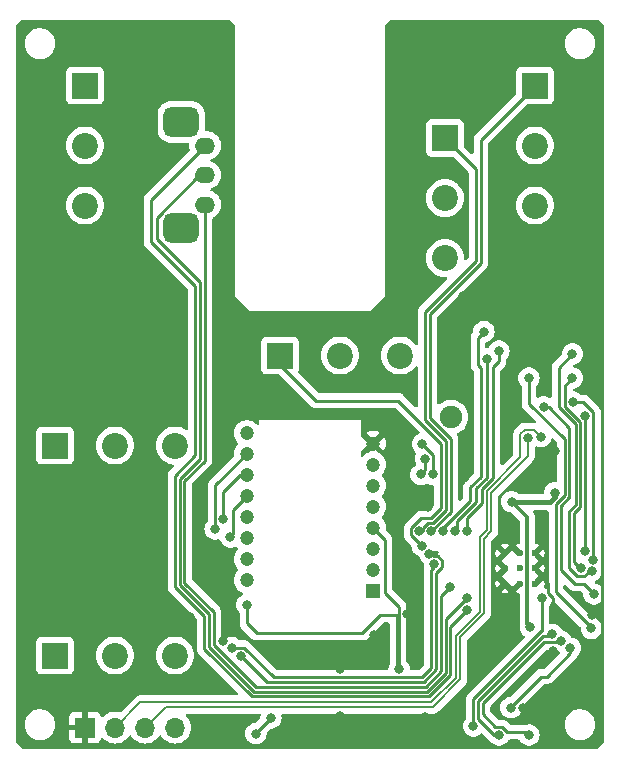
<source format=gbr>
%TF.GenerationSoftware,KiCad,Pcbnew,8.0.5*%
%TF.CreationDate,2024-10-23T01:30:23+03:00*%
%TF.ProjectId,mouse_pic,6d6f7573-655f-4706-9963-2e6b69636164,rev?*%
%TF.SameCoordinates,Original*%
%TF.FileFunction,Copper,L2,Bot*%
%TF.FilePolarity,Positive*%
%FSLAX46Y46*%
G04 Gerber Fmt 4.6, Leading zero omitted, Abs format (unit mm)*
G04 Created by KiCad (PCBNEW 8.0.5) date 2024-10-23 01:30:23*
%MOMM*%
%LPD*%
G01*
G04 APERTURE LIST*
G04 Aperture macros list*
%AMRoundRect*
0 Rectangle with rounded corners*
0 $1 Rounding radius*
0 $2 $3 $4 $5 $6 $7 $8 $9 X,Y pos of 4 corners*
0 Add a 4 corners polygon primitive as box body*
4,1,4,$2,$3,$4,$5,$6,$7,$8,$9,$2,$3,0*
0 Add four circle primitives for the rounded corners*
1,1,$1+$1,$2,$3*
1,1,$1+$1,$4,$5*
1,1,$1+$1,$6,$7*
1,1,$1+$1,$8,$9*
0 Add four rect primitives between the rounded corners*
20,1,$1+$1,$2,$3,$4,$5,0*
20,1,$1+$1,$4,$5,$6,$7,0*
20,1,$1+$1,$6,$7,$8,$9,0*
20,1,$1+$1,$8,$9,$2,$3,0*%
G04 Aperture macros list end*
%TA.AperFunction,ComponentPad*%
%ADD10C,0.600000*%
%TD*%
%TA.AperFunction,ComponentPad*%
%ADD11C,2.200000*%
%TD*%
%TA.AperFunction,ComponentPad*%
%ADD12R,2.200000X2.200000*%
%TD*%
%TA.AperFunction,ComponentPad*%
%ADD13R,1.200000X1.200000*%
%TD*%
%TA.AperFunction,ComponentPad*%
%ADD14C,1.200000*%
%TD*%
%TA.AperFunction,ComponentPad*%
%ADD15R,1.700000X1.700000*%
%TD*%
%TA.AperFunction,ComponentPad*%
%ADD16O,1.700000X1.700000*%
%TD*%
%TA.AperFunction,ComponentPad*%
%ADD17RoundRect,0.625000X0.875000X-0.625000X0.875000X0.625000X-0.875000X0.625000X-0.875000X-0.625000X0*%
%TD*%
%TA.AperFunction,ComponentPad*%
%ADD18O,1.700000X1.400000*%
%TD*%
%TA.AperFunction,ComponentPad*%
%ADD19C,1.900000*%
%TD*%
%TA.AperFunction,ViaPad*%
%ADD20C,0.800000*%
%TD*%
%TA.AperFunction,Conductor*%
%ADD21C,0.250000*%
%TD*%
%TA.AperFunction,Conductor*%
%ADD22C,0.400000*%
%TD*%
%TA.AperFunction,Conductor*%
%ADD23C,0.300000*%
%TD*%
%TA.AperFunction,Conductor*%
%ADD24C,0.200000*%
%TD*%
G04 APERTURE END LIST*
D10*
%TO.P,U3,57,GND*%
%TO.N,GND*%
X-44120000Y40066000D03*
X-44120000Y38791000D03*
X-44120000Y37516000D03*
X-42845000Y40066000D03*
X-42845000Y38791000D03*
X-42845000Y37516000D03*
X-41570000Y40066000D03*
X-41570000Y38791000D03*
X-41570000Y37516000D03*
%TD*%
D11*
%TO.P,SW2,1,A*%
%TO.N,Net-(D3-A)*%
X-41580000Y74600000D03*
D12*
%TO.P,SW2,2,B*%
%TO.N,/GPIO3*%
X-41580000Y79680000D03*
D11*
%TO.P,SW2,3,C*%
%TO.N,Net-(D4-A)*%
X-41580000Y69520000D03*
%TD*%
%TO.P,SW3,1,A*%
%TO.N,Net-(D5-A)*%
X-49200000Y70155000D03*
D12*
%TO.P,SW3,2,B*%
%TO.N,/GPIO4*%
X-49200000Y75235000D03*
D11*
%TO.P,SW3,3,C*%
%TO.N,Net-(D6-A)*%
X-49200000Y65075000D03*
%TD*%
D13*
%TO.P,U2,1,NA*%
%TO.N,unconnected-(U2-NA-Pad1)*%
X-55280000Y36900000D03*
D14*
%TO.P,U2,2,NA*%
%TO.N,unconnected-(U2-NA-Pad2)*%
X-55280000Y38680000D03*
%TO.P,U2,3,VDDPIX*%
%TO.N,/VDDPIX*%
X-55280000Y40460000D03*
%TO.P,U2,4,VDD*%
%TO.N,/V2*%
X-55280000Y42240000D03*
%TO.P,U2,5,VDDIO*%
%TO.N,+3V3*%
X-55280000Y44020000D03*
%TO.P,U2,6,NA*%
%TO.N,unconnected-(U2-NA-Pad6)*%
X-55280000Y45800000D03*
%TO.P,U2,7,~RESET*%
%TO.N,unconnected-(U2-~RESET-Pad7)*%
X-55280000Y47580000D03*
%TO.P,U2,8,GND*%
%TO.N,GND*%
X-55280000Y49360000D03*
%TO.P,U2,9,~MOTION*%
%TO.N,/MOTION*%
X-65980000Y50250000D03*
%TO.P,U2,10,SCLK*%
%TO.N,/GPIO18*%
X-65980000Y48470000D03*
%TO.P,U2,11,MOSI*%
%TO.N,/GPIO19*%
X-65980000Y46690000D03*
%TO.P,U2,12,MISO*%
%TO.N,/GPIO16*%
X-65980000Y44910000D03*
%TO.P,U2,13,NCS*%
%TO.N,/GPIO17*%
X-65980000Y43130000D03*
%TO.P,U2,14,NA*%
%TO.N,unconnected-(U2-NA-Pad14)*%
X-65980000Y41350000D03*
%TO.P,U2,15,LED_P*%
%TO.N,/3360LED*%
X-65980000Y39570000D03*
%TO.P,U2,16,NA*%
%TO.N,unconnected-(U2-NA-Pad16)*%
X-65980000Y37790000D03*
%TD*%
D11*
%TO.P,SW5,1,A*%
%TO.N,Net-(D9-A)*%
X-77140000Y49200000D03*
D12*
%TO.P,SW5,2,B*%
%TO.N,/GPIO7*%
X-82220000Y49200000D03*
D11*
%TO.P,SW5,3,C*%
%TO.N,Net-(D10-A)*%
X-72060000Y49200000D03*
%TD*%
%TO.P,SW6,1,A*%
%TO.N,Net-(D11-A)*%
X-77140000Y31420000D03*
D12*
%TO.P,SW6,2,B*%
%TO.N,/GPIO6*%
X-82220000Y31420000D03*
D11*
%TO.P,SW6,3,C*%
%TO.N,Net-(D12-A)*%
X-72060000Y31420000D03*
%TD*%
D15*
%TO.P,USB1,1,Pin_1*%
%TO.N,GND*%
X-79670000Y25324000D03*
D16*
%TO.P,USB1,2,Pin_2*%
%TO.N,/USBD-*%
X-77130000Y25324000D03*
%TO.P,USB1,3,Pin_3*%
%TO.N,/USBD+*%
X-74590000Y25324000D03*
%TO.P,USB1,4,Pin_4*%
%TO.N,VBUS*%
X-72050000Y25324000D03*
%TD*%
D11*
%TO.P,SW4,1,A*%
%TO.N,Net-(D7-A)*%
X-58090000Y56820000D03*
D12*
%TO.P,SW4,2,B*%
%TO.N,/GPIO5*%
X-63170000Y56820000D03*
D11*
%TO.P,SW4,3,C*%
%TO.N,Net-(D8-A)*%
X-53010000Y56820000D03*
%TD*%
%TO.P,SW1,1,A*%
%TO.N,Net-(D1-A)*%
X-79680000Y74600000D03*
D12*
%TO.P,SW1,2,B*%
%TO.N,/GPIO2*%
X-79680000Y79680000D03*
D11*
%TO.P,SW1,3,C*%
%TO.N,Net-(D2-A)*%
X-79680000Y69520000D03*
%TD*%
D17*
%TO.P,Encoder1,4*%
%TO.N,N/C*%
X-71520000Y67600000D03*
X-71520000Y76600000D03*
D18*
%TO.P,Encoder1,A,A*%
%TO.N,/ENC_A*%
X-69520000Y69600000D03*
%TO.P,Encoder1,B,B*%
%TO.N,/ENC_B*%
X-69520000Y72100000D03*
%TO.P,Encoder1,C,C*%
%TO.N,/ENC_C*%
X-69520000Y74600000D03*
%TD*%
D19*
%TO.P,USB_BOOT1,1,Pin_1*%
%TO.N,/~{USB_BOOT}*%
X-48692000Y51613000D03*
%TD*%
D20*
%TO.N,/V2*%
X-65964000Y35738000D03*
X-53085998Y30247000D03*
%TO.N,GND*%
X-41197141Y27481141D03*
X-47676000Y61900000D03*
X-67996000Y32690000D03*
X-40045431Y31809830D03*
X-69647000Y29007000D03*
X-52629000Y44755000D03*
X-50343000Y62662000D03*
X-42596000Y27006998D03*
X-36754000Y34849000D03*
X-39906607Y48705000D03*
X-55169000Y33198000D03*
X-50597000Y43953000D03*
X-58090000Y26340000D03*
X-70790000Y34722000D03*
X-68123000Y55844000D03*
X-52410998Y34976000D03*
X-50851000Y26213000D03*
X-71425000Y58979000D03*
X-43993000Y48946000D03*
X-44876014Y32938014D03*
X-58090000Y30277000D03*
X-52620630Y38017513D03*
%TO.N,+1V1*%
X-39906607Y45206747D03*
X-43545186Y44444532D03*
X-41957911Y33810367D03*
%TO.N,+3V3*%
X-65202000Y24816000D03*
X-63932000Y26125000D03*
%TO.N,/ENC_A*%
X-48752553Y37262000D03*
%TO.N,/ENC_B*%
X-47299817Y36319184D03*
%TO.N,/ENC_C*%
X-47295000Y35314369D03*
%TO.N,/GPIO29_ADC3*%
X-37320370Y40288342D03*
X-37302000Y51740000D03*
%TO.N,/GPIO28_ADC2*%
X-36627000Y39548000D03*
X-38365000Y52883000D03*
%TO.N,/GPIO27_ADC1*%
X-38405000Y54915000D03*
X-37697153Y38848064D03*
%TO.N,/GPIO26_ADC0*%
X-36781606Y38594532D03*
X-38405000Y56947000D03*
%TO.N,/GPIO21*%
X-36586933Y36626819D03*
X-40848702Y52471298D03*
%TO.N,/GPIO20*%
X-42088000Y54915000D03*
X-36805826Y33709099D03*
%TO.N,/GPIO19*%
X-67956000Y42977000D03*
%TO.N,/GPIO18*%
X-68663798Y42120798D03*
%TO.N,/GPIO16*%
X-43612000Y27006998D03*
X-67361000Y41453000D03*
X-38572000Y32052000D03*
%TO.N,/RUN*%
X-41014617Y36249006D03*
X-46787000Y25451000D03*
%TO.N,/SWD*%
X-39363577Y32658206D03*
X-42088000Y24689000D03*
%TO.N,/SWCLK*%
X-44628000Y24689000D03*
X-40122829Y33229206D03*
%TO.N,/GPIO0*%
X-44628000Y57201000D03*
X-47310000Y41961000D03*
%TO.N,/GPIO1*%
X-45644000Y56526000D03*
X-48311000Y41961000D03*
%TO.N,/GPIO2*%
X-45898000Y58852000D03*
X-49327000Y41961000D03*
%TO.N,/GPIO3*%
X-50343000Y41961000D03*
%TO.N,/GPIO4*%
X-51359000Y41961000D03*
%TO.N,/GPIO5*%
X-51143816Y40734981D03*
%TO.N,/GPIO6*%
X-66472000Y31420000D03*
X-50515188Y40022709D03*
%TO.N,/GPIO7*%
X-67234000Y32095000D03*
X-50102553Y39167000D03*
%TO.N,/QSPI_SS*%
X-51105000Y49327000D03*
X-50216000Y46747000D03*
%TO.N,/QSPI_SD2*%
X-51232000Y46747000D03*
X-50851000Y48097000D03*
%TO.N,/USBD-*%
X-41072000Y49962000D03*
%TO.N,/USBD+*%
X-42183500Y49866500D03*
%TD*%
D21*
%TO.N,/V2*%
X-65964000Y34163200D02*
X-65964000Y35738000D01*
X-53085998Y30247000D02*
X-53264000Y30425002D01*
X-53264000Y34849000D02*
X-54661000Y34849000D01*
X-53085998Y30247000D02*
X-53085998Y35559998D01*
X-56185000Y33325000D02*
X-65125800Y33325000D01*
X-54661000Y34849000D02*
X-56185000Y33325000D01*
X-53264000Y30425002D02*
X-53264000Y34849000D01*
X-54280000Y41240000D02*
X-55280000Y42240000D01*
X-54280000Y36754000D02*
X-54280000Y41240000D01*
X-65125800Y33325000D02*
X-65964000Y34163200D01*
X-53085998Y35559998D02*
X-54280000Y36754000D01*
%TO.N,GND*%
X-40437000Y36692595D02*
X-40437000Y37516000D01*
X-40437000Y37516000D02*
X-40564000Y37643000D01*
X-40056000Y35865000D02*
X-40056000Y36311595D01*
X-35865000Y40183000D02*
X-35865000Y32944000D01*
X-40056000Y36311595D02*
X-40437000Y36692595D01*
X-41453000Y23673000D02*
X-41580000Y23673000D01*
X-41580000Y23673000D02*
X-45009000Y23673000D01*
%TO.N,+1V1*%
X-43424611Y44444532D02*
X-43392252Y44412173D01*
D22*
X-39906607Y45206747D02*
X-39906607Y44814145D01*
D23*
X-42213000Y34065456D02*
X-42213000Y43112346D01*
X-41957911Y33810367D02*
X-42213000Y34065456D01*
D22*
X-40277000Y44443752D02*
X-40277000Y44412173D01*
X-39906607Y44814145D02*
X-40277000Y44443752D01*
D21*
X-39906607Y45206747D02*
X-39929000Y45229140D01*
D22*
X-40277000Y44412173D02*
X-43392252Y44412173D01*
D23*
X-42213000Y43112346D02*
X-43545186Y44444532D01*
D21*
X-43545186Y44444532D02*
X-43424611Y44444532D01*
%TO.N,+3V3*%
X-65202000Y24816000D02*
X-65202000Y24855000D01*
X-65202000Y24855000D02*
X-63932000Y26125000D01*
%TO.N,/ENC_A*%
X-68758000Y35091372D02*
X-71260000Y37593372D01*
X-71260000Y37593372D02*
X-71260000Y46190000D01*
X-69520000Y47930000D02*
X-69520000Y69600000D01*
X-49543000Y30072628D02*
X-50843628Y28772000D01*
X-65190298Y28772000D02*
X-68758000Y32339702D01*
X-50843628Y28772000D02*
X-65190298Y28772000D01*
X-49543000Y36471553D02*
X-49543000Y30072628D01*
X-48752553Y37262000D02*
X-49543000Y36471553D01*
X-68758000Y32339702D02*
X-68758000Y35091372D01*
X-71260000Y46190000D02*
X-69520000Y47930000D01*
%TO.N,/ENC_B*%
X-69988000Y72100000D02*
X-69520000Y72100000D01*
X-49143000Y34476001D02*
X-49143000Y29906942D01*
X-47299817Y36319184D02*
X-49143000Y34476001D01*
X-69920000Y63062000D02*
X-73584000Y66726000D01*
X-69158000Y32174017D02*
X-69158000Y34925687D01*
X-71660000Y46355686D02*
X-69920000Y48095686D01*
X-65355983Y28372000D02*
X-69158000Y32174017D01*
X-73584000Y66726000D02*
X-73584000Y68504000D01*
X-69920000Y48095686D02*
X-69920000Y63062000D01*
X-71660000Y37427687D02*
X-71660000Y46355686D01*
X-73584000Y68504000D02*
X-69988000Y72100000D01*
X-69158000Y34925687D02*
X-71660000Y37427687D01*
X-50677942Y28372000D02*
X-65355983Y28372000D01*
X-49143000Y29906942D02*
X-50677942Y28372000D01*
%TO.N,/ENC_C*%
X-50512257Y27972000D02*
X-65564000Y27972000D01*
X-72060000Y46660000D02*
X-70320000Y48400000D01*
X-65564000Y27972000D02*
X-69558000Y31966000D01*
X-72060000Y37262000D02*
X-72060000Y46660000D01*
X-70320000Y48400000D02*
X-70320000Y62700000D01*
X-69558000Y34760000D02*
X-72060000Y37262000D01*
X-69558000Y31966000D02*
X-69558000Y34760000D01*
X-70320000Y62700000D02*
X-74092000Y66472000D01*
X-74092000Y66472000D02*
X-74092000Y70028000D01*
X-74092000Y70028000D02*
X-69520000Y74600000D01*
X-48743000Y33866369D02*
X-48743000Y29741256D01*
X-47295000Y35314369D02*
X-48743000Y33866369D01*
X-48743000Y29741256D02*
X-50512257Y27972000D01*
%TO.N,/GPIO29_ADC3*%
X-37337429Y40305401D02*
X-37337429Y51704571D01*
X-37337429Y51704571D02*
X-37302000Y51740000D01*
X-37320370Y40288342D02*
X-37337429Y40305401D01*
%TO.N,/GPIO28_ADC2*%
X-38365000Y52883000D02*
X-37490405Y52883000D01*
X-36627000Y52019595D02*
X-36627000Y39548000D01*
X-37490405Y52883000D02*
X-36627000Y52019595D01*
%TO.N,/GPIO27_ADC1*%
X-38287429Y39354060D02*
X-37781433Y38848064D01*
X-38287429Y43475571D02*
X-38287429Y39354060D01*
X-38405000Y54915000D02*
X-39040000Y54280000D01*
X-37781433Y38848064D02*
X-37697153Y38848064D01*
X-37737429Y51199429D02*
X-37737429Y44025571D01*
X-39040000Y54280000D02*
X-39040000Y52502000D01*
X-37737429Y44025571D02*
X-38287429Y43475571D01*
X-39040000Y52502000D02*
X-37737429Y51199429D01*
%TO.N,/GPIO26_ADC0*%
X-38137429Y44191257D02*
X-38687429Y43641257D01*
X-38687429Y43641257D02*
X-38687429Y38814429D01*
X-38405000Y56947000D02*
X-39548000Y55804000D01*
X-38137429Y51033743D02*
X-38137429Y44191257D01*
X-37389000Y38151000D02*
X-36945468Y38594532D01*
X-39548000Y52444314D02*
X-38137429Y51033743D01*
X-38687429Y38814429D02*
X-38024000Y38151000D01*
X-39548000Y55804000D02*
X-39548000Y52444314D01*
X-36945468Y38594532D02*
X-36781606Y38594532D01*
X-38024000Y38151000D02*
X-37389000Y38151000D01*
%TO.N,/GPIO21*%
X-38659000Y50716091D02*
X-40414207Y52471298D01*
X-36586933Y36626819D02*
X-37468569Y37508455D01*
X-38211887Y37508455D02*
X-39402000Y38698568D01*
X-39402000Y44081314D02*
X-38659000Y44824315D01*
X-40414207Y52471298D02*
X-40848702Y52471298D01*
X-39402000Y38698568D02*
X-39402000Y44081314D01*
X-37468569Y37508455D02*
X-38211887Y37508455D01*
X-38659000Y44824315D02*
X-38659000Y50716091D01*
%TO.N,/GPIO20*%
X-36805826Y33709099D02*
X-36805826Y33826020D01*
X-39802000Y36822194D02*
X-39802000Y44247000D01*
X-42088000Y52756000D02*
X-42088000Y54915000D01*
X-39059000Y44990000D02*
X-39059000Y49727000D01*
X-36805826Y33826020D02*
X-39802000Y36822194D01*
X-39802000Y44247000D02*
X-39059000Y44990000D01*
X-39059000Y49727000D02*
X-42088000Y52756000D01*
%TO.N,/GPIO19*%
X-66544620Y46690000D02*
X-65980000Y46690000D01*
X-67956000Y45278620D02*
X-66544620Y46690000D01*
X-67956000Y42977000D02*
X-67956000Y45278620D01*
%TO.N,/GPIO18*%
X-68631000Y42153596D02*
X-68631000Y45819000D01*
X-68631000Y45819000D02*
X-65980000Y48470000D01*
X-68663798Y42120798D02*
X-68631000Y42153596D01*
%TO.N,/GPIO16*%
X-67361000Y41453000D02*
X-67107000Y41707000D01*
X-40564000Y29642000D02*
X-38572000Y31634000D01*
X-43612000Y27102000D02*
X-41072000Y29642000D01*
X-67107000Y41707000D02*
X-67107000Y43783000D01*
X-43612000Y27006998D02*
X-43612000Y27102000D01*
X-67107000Y43783000D02*
X-65980000Y44910000D01*
X-41072000Y29642000D02*
X-40564000Y29642000D01*
X-38572000Y31634000D02*
X-38572000Y32052000D01*
%TO.N,/RUN*%
X-46787000Y27725372D02*
X-41041372Y33471000D01*
X-46787000Y25451000D02*
X-46787000Y27725372D01*
X-41041372Y33471000D02*
X-41014617Y33471000D01*
X-41014617Y33471000D02*
X-41014617Y36249006D01*
%TO.N,/SWD*%
X-40826794Y32554206D02*
X-39467577Y32554206D01*
X-42088000Y24689000D02*
X-42088000Y24816000D01*
X-42088000Y24816000D02*
X-42215000Y24943000D01*
X-44348405Y25364000D02*
X-44922000Y25364000D01*
X-45987000Y27394000D02*
X-40826794Y32554206D01*
X-39467577Y32554206D02*
X-39363577Y32658206D01*
X-42215000Y24943000D02*
X-43953000Y24943000D01*
X-44922000Y25364000D02*
X-45987000Y26429000D01*
X-45987000Y26429000D02*
X-45987000Y27394000D01*
X-43953000Y24943000D02*
X-43953000Y24968595D01*
X-43953000Y24968595D02*
X-44348405Y25364000D01*
%TO.N,/SWCLK*%
X-40875686Y33071000D02*
X-46387000Y27559686D01*
X-46387000Y26067000D02*
X-45009000Y24689000D01*
X-40281035Y33071000D02*
X-40875686Y33071000D01*
X-45009000Y24689000D02*
X-44628000Y24689000D01*
X-40122829Y33229206D02*
X-40281035Y33071000D01*
X-46387000Y27559686D02*
X-46387000Y26067000D01*
%TO.N,/GPIO0*%
X-45136000Y46428330D02*
X-45136000Y55814703D01*
X-45136000Y55814703D02*
X-44628000Y56322703D01*
X-46025000Y44374000D02*
X-46025000Y45539330D01*
X-47310000Y41961000D02*
X-47310000Y43089000D01*
X-44628000Y56322703D02*
X-44628000Y57201000D01*
X-46025000Y45539330D02*
X-45136000Y46428330D01*
X-47310000Y43089000D02*
X-46025000Y44374000D01*
%TO.N,/GPIO1*%
X-48184000Y42088000D02*
X-48311000Y41961000D01*
X-45644000Y56526000D02*
X-45644000Y46486016D01*
X-48184000Y42780686D02*
X-48184000Y42088000D01*
X-46533000Y45597016D02*
X-46533000Y44431686D01*
X-45644000Y46486016D02*
X-46533000Y45597016D01*
X-46533000Y44431686D02*
X-48184000Y42780686D01*
%TO.N,/GPIO2*%
X-46152000Y46543702D02*
X-47041000Y45654702D01*
X-47041000Y45654702D02*
X-47041000Y44489372D01*
X-46406000Y58344000D02*
X-46406000Y56058000D01*
X-46406000Y56058000D02*
X-46152000Y55804000D01*
X-46152000Y55804000D02*
X-46152000Y46543702D01*
X-47041000Y44489372D02*
X-49327000Y42203372D01*
X-45898000Y58852000D02*
X-46406000Y58344000D01*
X-49327000Y42203372D02*
X-49327000Y41961000D01*
%TO.N,/GPIO3*%
X-48692000Y43612000D02*
X-50343000Y41961000D01*
X-46152000Y75108000D02*
X-46152000Y64694000D01*
X-50470000Y51543686D02*
X-48692000Y49765686D01*
X-46152000Y64694000D02*
X-50470000Y60376000D01*
X-50470000Y60376000D02*
X-50470000Y51543686D01*
X-48692000Y49765686D02*
X-48692000Y43612000D01*
X-41580000Y79680000D02*
X-46152000Y75108000D01*
%TO.N,/GPIO4*%
X-46552000Y72587000D02*
X-46552000Y64859686D01*
X-50870000Y51378000D02*
X-49092000Y49600000D01*
X-50233686Y42636000D02*
X-50622595Y42636000D01*
X-49200000Y75235000D02*
X-46552000Y72587000D01*
X-50622595Y42636000D02*
X-51018000Y42240595D01*
X-51018000Y41961000D02*
X-51359000Y41961000D01*
X-50870000Y60541685D02*
X-50870000Y51378000D01*
X-51018000Y42240595D02*
X-51018000Y41961000D01*
X-46552000Y64859686D02*
X-50870000Y60541685D01*
X-49092000Y43777686D02*
X-50233686Y42636000D01*
X-49092000Y49600000D02*
X-49092000Y43777686D01*
%TO.N,/GPIO5*%
X-51238595Y43036000D02*
X-50399372Y43036000D01*
X-60122000Y53010000D02*
X-63170000Y56058000D01*
X-52034000Y42240595D02*
X-51238595Y43036000D01*
X-51143816Y40734981D02*
X-52034000Y41625165D01*
X-63170000Y56058000D02*
X-63170000Y56820000D01*
X-49492000Y49365000D02*
X-53137000Y53010000D01*
X-52034000Y41625165D02*
X-52034000Y42240595D01*
X-50399372Y43036000D02*
X-49492000Y43943372D01*
X-53137000Y53010000D02*
X-60122000Y53010000D01*
X-49492000Y43943372D02*
X-49492000Y49365000D01*
%TO.N,/GPIO6*%
X-49943000Y38371958D02*
X-49943000Y30238314D01*
X-64224000Y29172000D02*
X-66472000Y31420000D01*
X-49835000Y40183000D02*
X-50176000Y39842000D01*
X-49943000Y30238314D02*
X-51009314Y29172000D01*
X-49427553Y39446595D02*
X-49427553Y38887405D01*
X-50354897Y40183000D02*
X-49835000Y40183000D01*
X-49822958Y39842000D02*
X-49427553Y39446595D01*
X-49427553Y38887405D02*
X-49943000Y38371958D01*
X-50176000Y39842000D02*
X-49822958Y39842000D01*
X-51009314Y29172000D02*
X-64224000Y29172000D01*
X-50515188Y40022709D02*
X-50354897Y40183000D01*
%TO.N,/GPIO7*%
X-66192405Y32095000D02*
X-67234000Y32095000D01*
X-51175000Y29572000D02*
X-63669405Y29572000D01*
X-50343000Y30404000D02*
X-51175000Y29572000D01*
X-63669405Y29572000D02*
X-66192405Y32095000D01*
X-50343000Y38654015D02*
X-50343000Y30404000D01*
X-50102553Y39167000D02*
X-50102553Y38894462D01*
X-50102553Y38894462D02*
X-50343000Y38654015D01*
%TO.N,/QSPI_SS*%
X-50216000Y46747000D02*
X-50216000Y47777405D01*
X-50216000Y47777405D02*
X-50176000Y47817405D01*
X-50176000Y48398000D02*
X-51105000Y49327000D01*
X-50176000Y47817405D02*
X-50176000Y48398000D01*
%TO.N,/QSPI_SD2*%
X-50851000Y47128000D02*
X-50851000Y48097000D01*
X-51232000Y46747000D02*
X-50851000Y47128000D01*
D24*
%TO.N,/USBD-*%
X-42833500Y48200500D02*
X-45644000Y45390000D01*
X-41072000Y49962000D02*
X-41072000Y49911200D01*
X-45644000Y42088000D02*
X-46248000Y41484000D01*
X-48280000Y33102001D02*
X-48280000Y29546000D01*
X-75002000Y27452000D02*
X-77130000Y25324000D01*
X-42833500Y50135739D02*
X-42833500Y48200500D01*
X-41626500Y50516500D02*
X-42452739Y50516500D01*
X-42452739Y50516500D02*
X-42833500Y50135739D01*
X-50374000Y27452000D02*
X-75002000Y27452000D01*
X-46248000Y41484000D02*
X-46248000Y35134000D01*
X-45644000Y45390000D02*
X-45644000Y42088000D01*
X-48280000Y29546000D02*
X-50374000Y27452000D01*
X-41072000Y49962000D02*
X-41626500Y50516500D01*
X-46248000Y35134000D02*
X-48280000Y33102001D01*
%TO.N,/USBD+*%
X-47930000Y29401026D02*
X-50229026Y27102000D01*
X-42183500Y49866500D02*
X-42183500Y48304726D01*
X-47930000Y32957026D02*
X-47930000Y29401026D01*
X-45898000Y41326000D02*
X-45898000Y34989026D01*
X-45898000Y34989026D02*
X-47930000Y32957026D01*
X-45294000Y41930000D02*
X-45898000Y41326000D01*
X-45294000Y45194226D02*
X-45294000Y41930000D01*
X-42183500Y48304726D02*
X-45294000Y45194226D01*
X-72812000Y27102000D02*
X-74590000Y25324000D01*
X-50229026Y27102000D02*
X-72812000Y27102000D01*
%TD*%
%TA.AperFunction,Conductor*%
%TO.N,GND*%
G36*
X-67472323Y85248315D02*
G01*
X-67451681Y85231681D01*
X-67016319Y84796319D01*
X-66982834Y84734996D01*
X-66980000Y84708638D01*
X-66980000Y61900000D01*
X-65710000Y60630000D01*
X-55550000Y60630000D01*
X-54280000Y61900000D01*
X-54280000Y70155000D01*
X-50805449Y70155000D01*
X-50785683Y69903849D01*
X-50726874Y69658890D01*
X-50630467Y69426141D01*
X-50498840Y69211347D01*
X-50498839Y69211344D01*
X-50498836Y69211341D01*
X-50335224Y69019776D01*
X-50186934Y68893125D01*
X-50143657Y68856162D01*
X-50143654Y68856161D01*
X-49928860Y68724534D01*
X-49696111Y68628127D01*
X-49451148Y68569317D01*
X-49200000Y68549551D01*
X-48948852Y68569317D01*
X-48703889Y68628127D01*
X-48471141Y68724534D01*
X-48256341Y68856164D01*
X-48064776Y69019776D01*
X-47901164Y69211341D01*
X-47769534Y69426141D01*
X-47673127Y69658889D01*
X-47614317Y69903852D01*
X-47594551Y70155000D01*
X-47614317Y70406148D01*
X-47628124Y70463657D01*
X-47673127Y70651111D01*
X-47769534Y70883860D01*
X-47901161Y71098654D01*
X-47901162Y71098657D01*
X-47974317Y71184310D01*
X-48064776Y71290224D01*
X-48191429Y71398396D01*
X-48256344Y71453839D01*
X-48256347Y71453840D01*
X-48471141Y71585467D01*
X-48703890Y71681874D01*
X-48948849Y71740683D01*
X-49200000Y71760449D01*
X-49451152Y71740683D01*
X-49696111Y71681874D01*
X-49928860Y71585467D01*
X-50143654Y71453840D01*
X-50143657Y71453839D01*
X-50335224Y71290224D01*
X-50498839Y71098657D01*
X-50498840Y71098654D01*
X-50630467Y70883860D01*
X-50726874Y70651111D01*
X-50780741Y70426733D01*
X-50785683Y70406148D01*
X-50801084Y70210460D01*
X-50805449Y70155000D01*
X-54280000Y70155000D01*
X-54280000Y83133649D01*
X-39070500Y83133649D01*
X-39038478Y82931466D01*
X-38975219Y82736777D01*
X-38882285Y82554387D01*
X-38761972Y82388787D01*
X-38617214Y82244029D01*
X-38462251Y82131444D01*
X-38451610Y82123713D01*
X-38335393Y82064497D01*
X-38269224Y82030782D01*
X-38269222Y82030782D01*
X-38269219Y82030780D01*
X-38164863Y81996873D01*
X-38074535Y81967523D01*
X-37973443Y81951512D01*
X-37872352Y81935500D01*
X-37872351Y81935500D01*
X-37667649Y81935500D01*
X-37667648Y81935500D01*
X-37465466Y81967523D01*
X-37270781Y82030780D01*
X-37088390Y82123713D01*
X-36995410Y82191268D01*
X-36922787Y82244029D01*
X-36922785Y82244032D01*
X-36922781Y82244034D01*
X-36778034Y82388781D01*
X-36778032Y82388785D01*
X-36778029Y82388787D01*
X-36725268Y82461410D01*
X-36657713Y82554390D01*
X-36564780Y82736781D01*
X-36501523Y82931466D01*
X-36469500Y83133648D01*
X-36469500Y83338352D01*
X-36501523Y83540534D01*
X-36564780Y83735219D01*
X-36564782Y83735222D01*
X-36564782Y83735224D01*
X-36598497Y83801393D01*
X-36657713Y83917610D01*
X-36665444Y83928251D01*
X-36778029Y84083214D01*
X-36922787Y84227972D01*
X-37088387Y84348285D01*
X-37088388Y84348286D01*
X-37088390Y84348287D01*
X-37145347Y84377309D01*
X-37270777Y84441219D01*
X-37465466Y84504478D01*
X-37640005Y84532122D01*
X-37667648Y84536500D01*
X-37872352Y84536500D01*
X-37896671Y84532649D01*
X-38074535Y84504478D01*
X-38269224Y84441219D01*
X-38451614Y84348285D01*
X-38617214Y84227972D01*
X-38761972Y84083214D01*
X-38882285Y83917614D01*
X-38975219Y83735224D01*
X-39038478Y83540535D01*
X-39070500Y83338352D01*
X-39070500Y83133649D01*
X-54280000Y83133649D01*
X-54280000Y84708638D01*
X-54260315Y84775677D01*
X-54243681Y84796319D01*
X-53808319Y85231681D01*
X-53746996Y85265166D01*
X-53720638Y85268000D01*
X-36297362Y85268000D01*
X-36230323Y85248315D01*
X-36209681Y85231681D01*
X-35774319Y84796319D01*
X-35740834Y84734996D01*
X-35738000Y84708638D01*
X-35738000Y40229473D01*
X-35757685Y40162434D01*
X-35810489Y40116679D01*
X-35879647Y40106735D01*
X-35943203Y40135760D01*
X-35954151Y40146502D01*
X-35969651Y40163717D01*
X-35999880Y40226709D01*
X-36001500Y40246688D01*
X-36001500Y52081202D01*
X-36001501Y52081206D01*
X-36025536Y52202040D01*
X-36025537Y52202047D01*
X-36045724Y52250782D01*
X-36051954Y52265822D01*
X-36072686Y52315876D01*
X-36072688Y52315881D01*
X-36117341Y52382707D01*
X-36141142Y52418328D01*
X-36141145Y52418332D01*
X-36231363Y52508550D01*
X-36231394Y52508579D01*
X-37000207Y53277392D01*
X-37000227Y53277414D01*
X-37091669Y53368856D01*
X-37091677Y53368862D01*
X-37151348Y53408733D01*
X-37151350Y53408734D01*
X-37194119Y53437312D01*
X-37194118Y53437312D01*
X-37194120Y53437313D01*
X-37234366Y53453983D01*
X-37274613Y53470653D01*
X-37307952Y53484463D01*
X-37317978Y53486457D01*
X-37368376Y53496482D01*
X-37428795Y53508500D01*
X-37428798Y53508500D01*
X-37428799Y53508500D01*
X-37661252Y53508500D01*
X-37728291Y53528185D01*
X-37753400Y53549526D01*
X-37759127Y53555886D01*
X-37759131Y53555890D01*
X-37912266Y53667149D01*
X-37912271Y53667152D01*
X-38085193Y53744143D01*
X-38085198Y53744145D01*
X-38263115Y53781962D01*
X-38324597Y53815154D01*
X-38358373Y53876318D01*
X-38353721Y53946032D01*
X-38312116Y54002164D01*
X-38263122Y54024540D01*
X-38125197Y54053856D01*
X-38125193Y54053858D01*
X-38125192Y54053858D01*
X-38066942Y54079794D01*
X-37952270Y54130849D01*
X-37799129Y54242112D01*
X-37672467Y54382784D01*
X-37577821Y54546716D01*
X-37519326Y54726744D01*
X-37499540Y54915000D01*
X-37519326Y55103256D01*
X-37577821Y55283284D01*
X-37672467Y55447216D01*
X-37799129Y55587888D01*
X-37804695Y55591932D01*
X-37952266Y55699149D01*
X-37952271Y55699152D01*
X-38125193Y55776143D01*
X-38125198Y55776145D01*
X-38248491Y55802351D01*
X-38283116Y55809711D01*
X-38344597Y55842902D01*
X-38378373Y55904065D01*
X-38373721Y55973780D01*
X-38332117Y56029912D01*
X-38283116Y56052290D01*
X-38125197Y56085856D01*
X-37952270Y56162849D01*
X-37799129Y56274112D01*
X-37672467Y56414784D01*
X-37577821Y56578716D01*
X-37519326Y56758744D01*
X-37499540Y56947000D01*
X-37519326Y57135256D01*
X-37577821Y57315284D01*
X-37672467Y57479216D01*
X-37799129Y57619888D01*
X-37799130Y57619889D01*
X-37952266Y57731149D01*
X-37952271Y57731152D01*
X-38125193Y57808143D01*
X-38125198Y57808145D01*
X-38270999Y57839135D01*
X-38310354Y57847500D01*
X-38499646Y57847500D01*
X-38532103Y57840602D01*
X-38684803Y57808145D01*
X-38684808Y57808143D01*
X-38857730Y57731152D01*
X-38857735Y57731149D01*
X-39010871Y57619889D01*
X-39137534Y57479215D01*
X-39232179Y57315285D01*
X-39232182Y57315278D01*
X-39290673Y57135260D01*
X-39290674Y57135256D01*
X-39297411Y57071152D01*
X-39308322Y56967349D01*
X-39334907Y56902734D01*
X-39343962Y56892630D01*
X-39651306Y56585285D01*
X-39946730Y56289861D01*
X-39946733Y56289858D01*
X-39975495Y56261096D01*
X-40033858Y56202734D01*
X-40063936Y56157718D01*
X-40063937Y56157717D01*
X-40102310Y56100292D01*
X-40102314Y56100284D01*
X-40124591Y56046501D01*
X-40124590Y56046500D01*
X-40132908Y56026417D01*
X-40145027Y55997159D01*
X-40145030Y55997153D01*
X-40149462Y55986456D01*
X-40149462Y55986455D01*
X-40149462Y55986454D01*
X-40149463Y55986451D01*
X-40171522Y55875548D01*
X-40173500Y55865606D01*
X-40173500Y55865603D01*
X-40173500Y53337178D01*
X-40193185Y53270139D01*
X-40245989Y53224384D01*
X-40315147Y53214440D01*
X-40370384Y53236859D01*
X-40395969Y53255448D01*
X-40395973Y53255450D01*
X-40568895Y53332441D01*
X-40568900Y53332443D01*
X-40714701Y53363433D01*
X-40754056Y53371798D01*
X-40943348Y53371798D01*
X-40957189Y53368856D01*
X-41128505Y53332443D01*
X-41128510Y53332441D01*
X-41288064Y53261401D01*
X-41357314Y53252116D01*
X-41420591Y53281744D01*
X-41457804Y53340879D01*
X-41462500Y53374680D01*
X-41462500Y54216313D01*
X-41442815Y54283352D01*
X-41430650Y54299285D01*
X-41412109Y54319878D01*
X-41355467Y54382784D01*
X-41260821Y54546716D01*
X-41202326Y54726744D01*
X-41182540Y54915000D01*
X-41202326Y55103256D01*
X-41260821Y55283284D01*
X-41355467Y55447216D01*
X-41482129Y55587888D01*
X-41487695Y55591932D01*
X-41635266Y55699149D01*
X-41635271Y55699152D01*
X-41808193Y55776143D01*
X-41808198Y55776145D01*
X-41973397Y55811258D01*
X-41993354Y55815500D01*
X-42182646Y55815500D01*
X-42202603Y55811258D01*
X-42367803Y55776145D01*
X-42367808Y55776143D01*
X-42540730Y55699152D01*
X-42540735Y55699149D01*
X-42693871Y55587889D01*
X-42820534Y55447215D01*
X-42915179Y55283285D01*
X-42915182Y55283278D01*
X-42973673Y55103260D01*
X-42973674Y55103256D01*
X-42993460Y54915000D01*
X-42973674Y54726744D01*
X-42973673Y54726741D01*
X-42915182Y54546723D01*
X-42915179Y54546716D01*
X-42820533Y54382784D01*
X-42777228Y54334690D01*
X-42745350Y54299285D01*
X-42715120Y54236294D01*
X-42713500Y54216313D01*
X-42713500Y52694391D01*
X-42703695Y52645100D01*
X-42703694Y52645094D01*
X-42696967Y52611270D01*
X-42689465Y52573554D01*
X-42642313Y52459715D01*
X-42642312Y52459714D01*
X-42614661Y52418332D01*
X-42611024Y52412890D01*
X-42611023Y52412888D01*
X-42573859Y52357267D01*
X-42482414Y52265822D01*
X-42482392Y52265802D01*
X-41545272Y51328682D01*
X-41511787Y51267359D01*
X-41516771Y51197667D01*
X-41558643Y51141734D01*
X-41624107Y51117317D01*
X-41632953Y51117001D01*
X-41713153Y51117001D01*
X-41713169Y51117000D01*
X-42531799Y51117000D01*
X-42572720Y51106036D01*
X-42572720Y51106035D01*
X-42609988Y51096049D01*
X-42684525Y51076077D01*
X-42684530Y51076074D01*
X-42821449Y50997025D01*
X-42821457Y50997019D01*
X-43314019Y50504457D01*
X-43314021Y50504454D01*
X-43317264Y50498836D01*
X-43355690Y50432280D01*
X-43377483Y50394534D01*
X-43390068Y50372735D01*
X-43393077Y50367524D01*
X-43434001Y50214796D01*
X-43434001Y50214794D01*
X-43434001Y50046693D01*
X-43434000Y50046680D01*
X-43434000Y48500597D01*
X-43453685Y48433558D01*
X-43470319Y48412916D01*
X-44298819Y47584416D01*
X-44360142Y47550931D01*
X-44429834Y47555915D01*
X-44485767Y47597787D01*
X-44510184Y47663251D01*
X-44510500Y47672097D01*
X-44510500Y55504251D01*
X-44490815Y55571290D01*
X-44474181Y55591932D01*
X-44355620Y55710493D01*
X-44142143Y55923969D01*
X-44127912Y55945266D01*
X-44073689Y56026417D01*
X-44026537Y56140251D01*
X-44022042Y56162849D01*
X-44011980Y56213433D01*
X-44011980Y56213438D01*
X-44002500Y56261096D01*
X-44002500Y56384309D01*
X-44002500Y56502313D01*
X-43982815Y56569352D01*
X-43970650Y56585285D01*
X-43952109Y56605878D01*
X-43895467Y56668784D01*
X-43800821Y56832716D01*
X-43742326Y57012744D01*
X-43722540Y57201000D01*
X-43742326Y57389256D01*
X-43800821Y57569284D01*
X-43895467Y57733216D01*
X-44022129Y57873888D01*
X-44022130Y57873889D01*
X-44175266Y57985149D01*
X-44175271Y57985152D01*
X-44348193Y58062143D01*
X-44348198Y58062145D01*
X-44493999Y58093135D01*
X-44533354Y58101500D01*
X-44722646Y58101500D01*
X-44755103Y58094602D01*
X-44907803Y58062145D01*
X-44907808Y58062143D01*
X-45080730Y57985152D01*
X-45080735Y57985149D01*
X-45233871Y57873889D01*
X-45360534Y57733215D01*
X-45455179Y57569285D01*
X-45455182Y57569278D01*
X-45473733Y57512182D01*
X-45513171Y57454506D01*
X-45577529Y57427308D01*
X-45591664Y57426500D01*
X-45656500Y57426500D01*
X-45723539Y57446185D01*
X-45769294Y57498989D01*
X-45780500Y57550500D01*
X-45780500Y57855945D01*
X-45760815Y57922984D01*
X-45708011Y57968739D01*
X-45682280Y57977235D01*
X-45618197Y57990856D01*
X-45618194Y57990858D01*
X-45618192Y57990858D01*
X-45559942Y58016794D01*
X-45445270Y58067849D01*
X-45292129Y58179112D01*
X-45165467Y58319784D01*
X-45070821Y58483716D01*
X-45012326Y58663744D01*
X-44992540Y58852000D01*
X-45012326Y59040256D01*
X-45070821Y59220284D01*
X-45165467Y59384216D01*
X-45292129Y59524888D01*
X-45292130Y59524889D01*
X-45445266Y59636149D01*
X-45445271Y59636152D01*
X-45618193Y59713143D01*
X-45618198Y59713145D01*
X-45763999Y59744135D01*
X-45803354Y59752500D01*
X-45992646Y59752500D01*
X-46025103Y59745602D01*
X-46177803Y59713145D01*
X-46177808Y59713143D01*
X-46350730Y59636152D01*
X-46350735Y59636149D01*
X-46503871Y59524889D01*
X-46630534Y59384215D01*
X-46725179Y59220285D01*
X-46725182Y59220278D01*
X-46783673Y59040260D01*
X-46783674Y59040256D01*
X-46791595Y58964895D01*
X-46801322Y58872349D01*
X-46827907Y58807734D01*
X-46836961Y58797630D01*
X-46891861Y58742730D01*
X-46891862Y58742728D01*
X-46960310Y58640292D01*
X-46960312Y58640287D01*
X-47007460Y58526462D01*
X-47007463Y58526453D01*
X-47007463Y58526451D01*
X-47027552Y58425449D01*
X-47028536Y58420504D01*
X-47028537Y58420503D01*
X-47031500Y58405608D01*
X-47031500Y55996393D01*
X-47029523Y55986454D01*
X-47029523Y55986452D01*
X-47007621Y55876341D01*
X-47007463Y55875548D01*
X-46993940Y55842902D01*
X-46993653Y55842208D01*
X-46993653Y55842207D01*
X-46960315Y55761720D01*
X-46960310Y55761711D01*
X-46926086Y55710493D01*
X-46926085Y55710491D01*
X-46891859Y55659267D01*
X-46813819Y55581227D01*
X-46780334Y55519904D01*
X-46777500Y55493546D01*
X-46777500Y46854155D01*
X-46797185Y46787116D01*
X-46813819Y46766474D01*
X-47198471Y46381822D01*
X-47439730Y46140563D01*
X-47439733Y46140560D01*
X-47461840Y46118453D01*
X-47526860Y46053434D01*
X-47542786Y46029598D01*
X-47595311Y45950990D01*
X-47595315Y45950983D01*
X-47624581Y45880328D01*
X-47624580Y45880327D01*
X-47638589Y45846505D01*
X-47642462Y45837156D01*
X-47642464Y45837150D01*
X-47665409Y45721790D01*
X-47665411Y45721784D01*
X-47666500Y45716311D01*
X-47666500Y44799824D01*
X-47686185Y44732785D01*
X-47702819Y44712143D01*
X-47854819Y44560143D01*
X-47916142Y44526658D01*
X-47985834Y44531642D01*
X-48041767Y44573514D01*
X-48066184Y44638978D01*
X-48066500Y44647824D01*
X-48066500Y49827293D01*
X-48066501Y49827297D01*
X-48072850Y49859216D01*
X-48090537Y49948138D01*
X-48121664Y50023285D01*
X-48137688Y50061971D01*
X-48137689Y50061973D01*
X-48137690Y50061975D01*
X-48137691Y50061976D01*
X-48161336Y50097363D01*
X-48182215Y50164040D01*
X-48163731Y50231420D01*
X-48111753Y50278111D01*
X-48108031Y50279817D01*
X-48107355Y50280115D01*
X-48107344Y50280118D01*
X-47895933Y50394528D01*
X-47706236Y50542175D01*
X-47543429Y50719031D01*
X-47411951Y50920272D01*
X-47315390Y51140409D01*
X-47256380Y51373437D01*
X-47236529Y51613000D01*
X-47256380Y51852563D01*
X-47315390Y52085591D01*
X-47411951Y52305728D01*
X-47543429Y52506969D01*
X-47706236Y52683825D01*
X-47706241Y52683829D01*
X-47706243Y52683831D01*
X-47895925Y52831467D01*
X-47895931Y52831471D01*
X-48107343Y52945882D01*
X-48107348Y52945884D01*
X-48334700Y53023934D01*
X-48512532Y53053609D01*
X-48571808Y53063500D01*
X-48812192Y53063500D01*
X-48859613Y53055587D01*
X-49049301Y53023934D01*
X-49276653Y52945884D01*
X-49276658Y52945882D01*
X-49488069Y52831471D01*
X-49644338Y52709842D01*
X-49709332Y52684200D01*
X-49777872Y52697767D01*
X-49828197Y52746235D01*
X-49844500Y52807696D01*
X-49844500Y60065549D01*
X-49824815Y60132588D01*
X-49808186Y60153225D01*
X-45753271Y64208140D01*
X-45753267Y64208142D01*
X-45666142Y64295267D01*
X-45597689Y64397714D01*
X-45550537Y64511548D01*
X-45526500Y64632394D01*
X-45526500Y69520000D01*
X-43185449Y69520000D01*
X-43165683Y69268849D01*
X-43106874Y69023890D01*
X-43010467Y68791141D01*
X-42878840Y68576347D01*
X-42878839Y68576344D01*
X-42876187Y68573239D01*
X-42715224Y68384776D01*
X-42566934Y68258125D01*
X-42523657Y68221162D01*
X-42523654Y68221161D01*
X-42308860Y68089534D01*
X-42076111Y67993127D01*
X-41831148Y67934317D01*
X-41580000Y67914551D01*
X-41328852Y67934317D01*
X-41083889Y67993127D01*
X-40851141Y68089534D01*
X-40636341Y68221164D01*
X-40444776Y68384776D01*
X-40281164Y68576341D01*
X-40149534Y68791141D01*
X-40053127Y69023889D01*
X-39994317Y69268852D01*
X-39974551Y69520000D01*
X-39994317Y69771148D01*
X-40053127Y70016111D01*
X-40083567Y70089601D01*
X-40149534Y70248860D01*
X-40281161Y70463654D01*
X-40281162Y70463657D01*
X-40325603Y70515690D01*
X-40444776Y70655224D01*
X-40614872Y70800500D01*
X-40636344Y70818839D01*
X-40636347Y70818840D01*
X-40851141Y70950467D01*
X-41083890Y71046874D01*
X-41328849Y71105683D01*
X-41580000Y71125449D01*
X-41831152Y71105683D01*
X-42076111Y71046874D01*
X-42308860Y70950467D01*
X-42523654Y70818840D01*
X-42523657Y70818839D01*
X-42715224Y70655224D01*
X-42878839Y70463657D01*
X-42878840Y70463654D01*
X-43010467Y70248860D01*
X-43106874Y70016111D01*
X-43165683Y69771152D01*
X-43185449Y69520000D01*
X-45526500Y69520000D01*
X-45526500Y74600000D01*
X-43185449Y74600000D01*
X-43165683Y74348849D01*
X-43106874Y74103890D01*
X-43010467Y73871141D01*
X-42878840Y73656347D01*
X-42878839Y73656344D01*
X-42878836Y73656341D01*
X-42715224Y73464776D01*
X-42566934Y73338125D01*
X-42523657Y73301162D01*
X-42523654Y73301161D01*
X-42308860Y73169534D01*
X-42076111Y73073127D01*
X-41831148Y73014317D01*
X-41580000Y72994551D01*
X-41328852Y73014317D01*
X-41083889Y73073127D01*
X-40851141Y73169534D01*
X-40636341Y73301164D01*
X-40444776Y73464776D01*
X-40281164Y73656341D01*
X-40149534Y73871141D01*
X-40053127Y74103889D01*
X-39994317Y74348852D01*
X-39974551Y74600000D01*
X-39994317Y74851148D01*
X-40053127Y75096111D01*
X-40149534Y75328859D01*
X-40182146Y75382076D01*
X-40258536Y75506733D01*
X-40281162Y75543655D01*
X-40281162Y75543657D01*
X-40352139Y75626760D01*
X-40444776Y75735224D01*
X-40624885Y75889052D01*
X-40636344Y75898839D01*
X-40636347Y75898840D01*
X-40851141Y76030467D01*
X-41083890Y76126874D01*
X-41328849Y76185683D01*
X-41580000Y76205449D01*
X-41831152Y76185683D01*
X-42076111Y76126874D01*
X-42308860Y76030467D01*
X-42523654Y75898840D01*
X-42523657Y75898839D01*
X-42715224Y75735224D01*
X-42878839Y75543657D01*
X-42878840Y75543654D01*
X-43010465Y75328861D01*
X-43010466Y75328861D01*
X-43106874Y75096111D01*
X-43165683Y74851152D01*
X-43185449Y74600000D01*
X-45526500Y74600000D01*
X-45526500Y74797549D01*
X-45506815Y74864588D01*
X-45490186Y74885225D01*
X-42332229Y78043183D01*
X-42270906Y78076667D01*
X-42244548Y78079501D01*
X-40432129Y78079501D01*
X-40432128Y78079501D01*
X-40372517Y78085909D01*
X-40237669Y78136204D01*
X-40122454Y78222454D01*
X-40036204Y78337669D01*
X-39985909Y78472517D01*
X-39979500Y78532127D01*
X-39979501Y80827872D01*
X-39985909Y80887483D01*
X-40036204Y81022331D01*
X-40036205Y81022332D01*
X-40036207Y81022336D01*
X-40122453Y81137545D01*
X-40122456Y81137548D01*
X-40237665Y81223794D01*
X-40237672Y81223798D01*
X-40372518Y81274092D01*
X-40372517Y81274092D01*
X-40432117Y81280499D01*
X-40432119Y81280500D01*
X-40432127Y81280500D01*
X-40432136Y81280500D01*
X-42727871Y81280500D01*
X-42727877Y81280499D01*
X-42787484Y81274092D01*
X-42922329Y81223798D01*
X-42922336Y81223794D01*
X-43037545Y81137548D01*
X-43037548Y81137545D01*
X-43123794Y81022336D01*
X-43123798Y81022329D01*
X-43174092Y80887483D01*
X-43180499Y80827884D01*
X-43180499Y80827877D01*
X-43180500Y80827865D01*
X-43180500Y79015454D01*
X-43200185Y78948415D01*
X-43216819Y78927773D01*
X-46550731Y75593860D01*
X-46637856Y75506736D01*
X-46637862Y75506728D01*
X-46706310Y75404292D01*
X-46706312Y75404287D01*
X-46737554Y75328861D01*
X-46753462Y75290457D01*
X-46753465Y75290447D01*
X-46760487Y75255147D01*
X-46760486Y75255146D01*
X-46776069Y75176797D01*
X-46776071Y75176788D01*
X-46777499Y75169612D01*
X-46777500Y75169601D01*
X-46777500Y73996453D01*
X-46797185Y73929414D01*
X-46849989Y73883659D01*
X-46919147Y73873715D01*
X-46982703Y73902740D01*
X-46989181Y73908772D01*
X-47563182Y74482773D01*
X-47596667Y74544096D01*
X-47599501Y74570454D01*
X-47599501Y76382871D01*
X-47599502Y76382877D01*
X-47599503Y76382884D01*
X-47605909Y76442483D01*
X-47656204Y76577331D01*
X-47656205Y76577332D01*
X-47656207Y76577336D01*
X-47742453Y76692545D01*
X-47742456Y76692548D01*
X-47857665Y76778794D01*
X-47857672Y76778798D01*
X-47992518Y76829092D01*
X-47992517Y76829092D01*
X-48052117Y76835499D01*
X-48052119Y76835500D01*
X-48052127Y76835500D01*
X-48052136Y76835500D01*
X-50347871Y76835500D01*
X-50347877Y76835499D01*
X-50407484Y76829092D01*
X-50542329Y76778798D01*
X-50542336Y76778794D01*
X-50657545Y76692548D01*
X-50657548Y76692545D01*
X-50743794Y76577336D01*
X-50743798Y76577329D01*
X-50794092Y76442483D01*
X-50800499Y76382884D01*
X-50800499Y76382877D01*
X-50800500Y76382865D01*
X-50800500Y74087130D01*
X-50800499Y74087124D01*
X-50794092Y74027517D01*
X-50743798Y73892672D01*
X-50743794Y73892665D01*
X-50657548Y73777456D01*
X-50657545Y73777453D01*
X-50542336Y73691207D01*
X-50542329Y73691203D01*
X-50407483Y73640909D01*
X-50407484Y73640909D01*
X-50400556Y73640165D01*
X-50347873Y73634500D01*
X-48535454Y73634501D01*
X-48468415Y73614816D01*
X-48447773Y73598182D01*
X-47213819Y72364229D01*
X-47180334Y72302906D01*
X-47177500Y72276548D01*
X-47177500Y65170139D01*
X-47197185Y65103100D01*
X-47213819Y65082458D01*
X-47388768Y64907509D01*
X-47450091Y64874024D01*
X-47519783Y64879008D01*
X-47575716Y64920880D01*
X-47600133Y64986344D01*
X-47600067Y65004919D01*
X-47594551Y65075000D01*
X-47614317Y65326148D01*
X-47673127Y65571111D01*
X-47769534Y65803859D01*
X-47769534Y65803860D01*
X-47901161Y66018654D01*
X-47901162Y66018657D01*
X-47947805Y66073269D01*
X-48064776Y66210224D01*
X-48191429Y66318396D01*
X-48256344Y66373839D01*
X-48256347Y66373840D01*
X-48471141Y66505467D01*
X-48703890Y66601874D01*
X-48948849Y66660683D01*
X-49200000Y66680449D01*
X-49451152Y66660683D01*
X-49696111Y66601874D01*
X-49928860Y66505467D01*
X-50143654Y66373840D01*
X-50143657Y66373839D01*
X-50335224Y66210224D01*
X-50498839Y66018657D01*
X-50498840Y66018654D01*
X-50630467Y65803860D01*
X-50726874Y65571111D01*
X-50785683Y65326152D01*
X-50805449Y65075000D01*
X-50785683Y64823849D01*
X-50726874Y64578890D01*
X-50630467Y64346141D01*
X-50498840Y64131347D01*
X-50498839Y64131344D01*
X-50498836Y64131341D01*
X-50335224Y63939776D01*
X-50186934Y63813125D01*
X-50143657Y63776162D01*
X-50143654Y63776161D01*
X-49928860Y63644534D01*
X-49696111Y63548127D01*
X-49451148Y63489317D01*
X-49200000Y63469551D01*
X-49129918Y63475067D01*
X-49061542Y63460703D01*
X-49011785Y63411652D01*
X-48996446Y63343487D01*
X-49020395Y63277850D01*
X-49032510Y63263768D01*
X-51268731Y61027545D01*
X-51268733Y61027543D01*
X-51312295Y60983981D01*
X-51355857Y60940420D01*
X-51355858Y60940419D01*
X-51407257Y60863497D01*
X-51407256Y60863496D01*
X-51424310Y60837974D01*
X-51424314Y60837967D01*
X-51450505Y60774734D01*
X-51471462Y60724142D01*
X-51471462Y60724140D01*
X-51495500Y60603289D01*
X-51495500Y57847266D01*
X-51515185Y57780227D01*
X-51567989Y57734472D01*
X-51637147Y57724528D01*
X-51700703Y57753553D01*
X-51713790Y57766734D01*
X-51789984Y57855945D01*
X-51874776Y57955224D01*
X-52046043Y58101500D01*
X-52066344Y58118839D01*
X-52066347Y58118840D01*
X-52281141Y58250467D01*
X-52513890Y58346874D01*
X-52758849Y58405683D01*
X-53010000Y58425449D01*
X-53261152Y58405683D01*
X-53506111Y58346874D01*
X-53738860Y58250467D01*
X-53953654Y58118840D01*
X-53953657Y58118839D01*
X-54145224Y57955224D01*
X-54308839Y57763657D01*
X-54308840Y57763654D01*
X-54440467Y57548860D01*
X-54536874Y57316111D01*
X-54595683Y57071152D01*
X-54615449Y56820000D01*
X-54595683Y56568849D01*
X-54536874Y56323890D01*
X-54440467Y56091141D01*
X-54308840Y55876347D01*
X-54308839Y55876344D01*
X-54279684Y55842208D01*
X-54145224Y55684776D01*
X-54013344Y55572140D01*
X-53953657Y55521162D01*
X-53953654Y55521161D01*
X-53738860Y55389534D01*
X-53506111Y55293127D01*
X-53261148Y55234317D01*
X-53010000Y55214551D01*
X-52758852Y55234317D01*
X-52513889Y55293127D01*
X-52281141Y55389534D01*
X-52066341Y55521164D01*
X-51874776Y55684776D01*
X-51713789Y55873268D01*
X-51655283Y55911460D01*
X-51585416Y55911959D01*
X-51526369Y55874605D01*
X-51496891Y55811258D01*
X-51495500Y55792735D01*
X-51495500Y52552453D01*
X-51515185Y52485414D01*
X-51567989Y52439659D01*
X-51637147Y52429715D01*
X-51700703Y52458740D01*
X-51707181Y52464772D01*
X-52644072Y53401662D01*
X-52644075Y53401666D01*
X-52644075Y53401665D01*
X-52651142Y53408732D01*
X-52651142Y53408733D01*
X-52738267Y53495858D01*
X-52738268Y53495859D01*
X-52738269Y53495860D01*
X-52789491Y53530085D01*
X-52840713Y53564311D01*
X-52840714Y53564312D01*
X-52840717Y53564314D01*
X-52840720Y53564315D01*
X-52921208Y53597653D01*
X-52954547Y53611463D01*
X-52964573Y53613457D01*
X-53014971Y53623482D01*
X-53075390Y53635500D01*
X-53075393Y53635500D01*
X-53075394Y53635500D01*
X-59811548Y53635500D01*
X-59878587Y53655185D01*
X-59899229Y53671819D01*
X-61591282Y55363872D01*
X-61624767Y55425195D01*
X-61619784Y55494885D01*
X-61575909Y55612517D01*
X-61569500Y55672127D01*
X-61569501Y56820000D01*
X-59695449Y56820000D01*
X-59675683Y56568849D01*
X-59616874Y56323890D01*
X-59520467Y56091141D01*
X-59388840Y55876347D01*
X-59388839Y55876344D01*
X-59359684Y55842208D01*
X-59225224Y55684776D01*
X-59093344Y55572140D01*
X-59033657Y55521162D01*
X-59033654Y55521161D01*
X-58818860Y55389534D01*
X-58586111Y55293127D01*
X-58341148Y55234317D01*
X-58090000Y55214551D01*
X-57838852Y55234317D01*
X-57593889Y55293127D01*
X-57361141Y55389534D01*
X-57146341Y55521164D01*
X-56954776Y55684776D01*
X-56791164Y55876341D01*
X-56659534Y56091141D01*
X-56563127Y56323889D01*
X-56504317Y56568852D01*
X-56484551Y56820000D01*
X-56504317Y57071148D01*
X-56563127Y57316111D01*
X-56575500Y57345983D01*
X-56659534Y57548860D01*
X-56791161Y57763654D01*
X-56791162Y57763657D01*
X-56869984Y57855945D01*
X-56954776Y57955224D01*
X-57126043Y58101500D01*
X-57146344Y58118839D01*
X-57146347Y58118840D01*
X-57361141Y58250467D01*
X-57593890Y58346874D01*
X-57838849Y58405683D01*
X-58090000Y58425449D01*
X-58341152Y58405683D01*
X-58586111Y58346874D01*
X-58818860Y58250467D01*
X-59033654Y58118840D01*
X-59033657Y58118839D01*
X-59225224Y57955224D01*
X-59388839Y57763657D01*
X-59388840Y57763654D01*
X-59520467Y57548860D01*
X-59616874Y57316111D01*
X-59675683Y57071152D01*
X-59695449Y56820000D01*
X-61569501Y56820000D01*
X-61569501Y57967872D01*
X-61575909Y58027483D01*
X-61588837Y58062144D01*
X-61626203Y58162329D01*
X-61626207Y58162336D01*
X-61712453Y58277545D01*
X-61712456Y58277548D01*
X-61827665Y58363794D01*
X-61827672Y58363798D01*
X-61962518Y58414092D01*
X-61962517Y58414092D01*
X-62022117Y58420499D01*
X-62022119Y58420500D01*
X-62022127Y58420500D01*
X-62022136Y58420500D01*
X-64317871Y58420500D01*
X-64317877Y58420499D01*
X-64377484Y58414092D01*
X-64512329Y58363798D01*
X-64512336Y58363794D01*
X-64627545Y58277548D01*
X-64627548Y58277545D01*
X-64713794Y58162336D01*
X-64713798Y58162329D01*
X-64764092Y58027483D01*
X-64770407Y57968739D01*
X-64770499Y57967877D01*
X-64770500Y57967865D01*
X-64770500Y55672130D01*
X-64770499Y55672124D01*
X-64764092Y55612517D01*
X-64713798Y55477672D01*
X-64713794Y55477665D01*
X-64627548Y55362456D01*
X-64627545Y55362453D01*
X-64512336Y55276207D01*
X-64512329Y55276203D01*
X-64377483Y55225909D01*
X-64377484Y55225909D01*
X-64370556Y55225165D01*
X-64317873Y55219500D01*
X-63267453Y55219501D01*
X-63200414Y55199817D01*
X-63179772Y55183182D01*
X-60610984Y52614394D01*
X-60610955Y52614363D01*
X-60520737Y52524145D01*
X-60520729Y52524139D01*
X-60461057Y52484267D01*
X-60461056Y52484267D01*
X-60418285Y52455688D01*
X-60381361Y52440394D01*
X-60381360Y52440393D01*
X-60381359Y52440393D01*
X-60304452Y52408537D01*
X-60260476Y52399790D01*
X-60183609Y52384501D01*
X-60183608Y52384500D01*
X-60183607Y52384500D01*
X-60183606Y52384500D01*
X-53447452Y52384500D01*
X-53380413Y52364815D01*
X-53359771Y52348181D01*
X-51384326Y50372735D01*
X-51350841Y50311412D01*
X-51355825Y50241720D01*
X-51397697Y50185787D01*
X-51421570Y50171775D01*
X-51557733Y50111150D01*
X-51557735Y50111149D01*
X-51710871Y49999889D01*
X-51837534Y49859215D01*
X-51932179Y49695285D01*
X-51932182Y49695278D01*
X-51990673Y49515260D01*
X-51990674Y49515256D01*
X-52010460Y49327000D01*
X-51990674Y49138744D01*
X-51990673Y49138741D01*
X-51932182Y48958723D01*
X-51932179Y48958716D01*
X-51837533Y48794784D01*
X-51734631Y48680500D01*
X-51710872Y48654113D01*
X-51701364Y48647205D01*
X-51658699Y48591875D01*
X-51652720Y48522261D01*
X-51666861Y48484891D01*
X-51678178Y48465289D01*
X-51678179Y48465287D01*
X-51728322Y48310962D01*
X-51736674Y48285256D01*
X-51756460Y48097000D01*
X-51736674Y47908744D01*
X-51736673Y47908741D01*
X-51678182Y47728723D01*
X-51678178Y47728714D01*
X-51655583Y47689577D01*
X-51639112Y47621677D01*
X-51661965Y47555650D01*
X-51690085Y47527261D01*
X-51837873Y47419887D01*
X-51964534Y47279215D01*
X-52059179Y47115285D01*
X-52059182Y47115278D01*
X-52110841Y46956286D01*
X-52117674Y46935256D01*
X-52137460Y46747000D01*
X-52117674Y46558744D01*
X-52117673Y46558741D01*
X-52059182Y46378723D01*
X-52059179Y46378716D01*
X-51964533Y46214784D01*
X-51941974Y46189730D01*
X-51837871Y46074112D01*
X-51684735Y45962852D01*
X-51684730Y45962849D01*
X-51511808Y45885858D01*
X-51511803Y45885856D01*
X-51326646Y45846500D01*
X-51326645Y45846500D01*
X-51137356Y45846500D01*
X-51137354Y45846500D01*
X-50952197Y45885856D01*
X-50779270Y45962849D01*
X-50779266Y45962852D01*
X-50774437Y45965002D01*
X-50705187Y45974288D01*
X-50673563Y45965002D01*
X-50668735Y45962852D01*
X-50668730Y45962849D01*
X-50495803Y45885856D01*
X-50310646Y45846500D01*
X-50310645Y45846500D01*
X-50241500Y45846500D01*
X-50174461Y45826815D01*
X-50128706Y45774011D01*
X-50117500Y45722500D01*
X-50117500Y44253824D01*
X-50137185Y44186785D01*
X-50153819Y44166143D01*
X-50622143Y43697819D01*
X-50683466Y43664334D01*
X-50709824Y43661500D01*
X-51170854Y43661500D01*
X-51170874Y43661501D01*
X-51176988Y43661501D01*
X-51300201Y43661501D01*
X-51400998Y43641452D01*
X-51401003Y43641452D01*
X-51421047Y43637464D01*
X-51421050Y43637463D01*
X-51446698Y43626838D01*
X-51446701Y43626837D01*
X-51534874Y43590316D01*
X-51534887Y43590309D01*
X-51637328Y43521859D01*
X-51637332Y43521856D01*
X-52279967Y42879219D01*
X-52432731Y42726455D01*
X-52432733Y42726453D01*
X-52476295Y42682892D01*
X-52519856Y42639331D01*
X-52553670Y42588726D01*
X-52588312Y42536881D01*
X-52588313Y42536879D01*
X-52611174Y42481687D01*
X-52635462Y42423052D01*
X-52635464Y42423046D01*
X-52637121Y42414716D01*
X-52637955Y42410519D01*
X-52658136Y42309054D01*
X-52658252Y42308471D01*
X-52658254Y42308466D01*
X-52659500Y42302204D01*
X-52659500Y42302201D01*
X-52659500Y41686772D01*
X-52659500Y41563558D01*
X-52659500Y41563556D01*
X-52659501Y41563556D01*
X-52651438Y41523027D01*
X-52651438Y41523025D01*
X-52635465Y41442720D01*
X-52635460Y41442703D01*
X-52626180Y41420301D01*
X-52626179Y41420298D01*
X-52588315Y41328884D01*
X-52588313Y41328880D01*
X-52588312Y41328879D01*
X-52558409Y41284128D01*
X-52545457Y41264744D01*
X-52519857Y41226430D01*
X-52428414Y41134987D01*
X-52428392Y41134967D01*
X-52082778Y40789353D01*
X-52049293Y40728030D01*
X-52047138Y40714634D01*
X-52041317Y40659253D01*
X-52029490Y40546725D01*
X-52029489Y40546722D01*
X-51970998Y40366704D01*
X-51970995Y40366697D01*
X-51876349Y40202765D01*
X-51796877Y40114503D01*
X-51749687Y40062093D01*
X-51596551Y39950833D01*
X-51596550Y39950833D01*
X-51596546Y39950830D01*
X-51462409Y39891108D01*
X-51409172Y39845858D01*
X-51394914Y39816147D01*
X-51342370Y39654432D01*
X-51342367Y39654425D01*
X-51247721Y39490493D01*
X-51136453Y39366918D01*
X-51121059Y39349821D01*
X-51056101Y39302626D01*
X-51013435Y39247296D01*
X-51005665Y39189351D01*
X-51008013Y39167004D01*
X-51008013Y39167000D01*
X-50988227Y38978744D01*
X-50988226Y38978741D01*
X-50953527Y38871947D01*
X-50949840Y38809441D01*
X-50967725Y38719516D01*
X-50967729Y38719497D01*
X-50968500Y38715627D01*
X-50968500Y30714453D01*
X-50988185Y30647414D01*
X-51004819Y30626772D01*
X-51397771Y30233819D01*
X-51459094Y30200334D01*
X-51485452Y30197500D01*
X-52063685Y30197500D01*
X-52130724Y30217185D01*
X-52176479Y30269989D01*
X-52187006Y30308538D01*
X-52200324Y30435256D01*
X-52258819Y30615284D01*
X-52353465Y30779216D01*
X-52428648Y30862716D01*
X-52458878Y30925708D01*
X-52460498Y30945688D01*
X-52460498Y35621605D01*
X-52460499Y35621609D01*
X-52479431Y35716790D01*
X-52484535Y35742450D01*
X-52508166Y35799500D01*
X-52508167Y35799502D01*
X-52531684Y35856279D01*
X-52531685Y35856280D01*
X-52531686Y35856283D01*
X-52571476Y35915832D01*
X-52571476Y35915833D01*
X-52571478Y35915834D01*
X-52600140Y35958731D01*
X-52600141Y35958732D01*
X-52600143Y35958735D01*
X-52690361Y36048953D01*
X-52690392Y36048982D01*
X-53618181Y36976771D01*
X-53651666Y37038094D01*
X-53654500Y37064452D01*
X-53654500Y41172259D01*
X-53654499Y41172280D01*
X-53654499Y41301609D01*
X-53678536Y41422446D01*
X-53678537Y41422447D01*
X-53678537Y41422451D01*
X-53686930Y41442713D01*
X-53700362Y41475142D01*
X-53725688Y41536285D01*
X-53725692Y41536292D01*
X-53794142Y41638733D01*
X-53794145Y41638737D01*
X-54152335Y41996926D01*
X-54185820Y42058249D01*
X-54188125Y42096043D01*
X-54174785Y42240000D01*
X-54193603Y42443083D01*
X-54249418Y42639250D01*
X-54249457Y42639328D01*
X-54318780Y42778548D01*
X-54340327Y42821821D01*
X-54463236Y42984579D01*
X-54522234Y43038363D01*
X-54558516Y43098074D01*
X-54556755Y43167921D01*
X-54522234Y43221637D01*
X-54507147Y43235392D01*
X-54463236Y43275421D01*
X-54340327Y43438179D01*
X-54249418Y43620750D01*
X-54193603Y43816917D01*
X-54174785Y44020000D01*
X-54193603Y44223083D01*
X-54249418Y44419250D01*
X-54340327Y44601821D01*
X-54463236Y44764579D01*
X-54516143Y44812810D01*
X-54522234Y44818363D01*
X-54558516Y44878074D01*
X-54556755Y44947921D01*
X-54522234Y45001637D01*
X-54502607Y45019530D01*
X-54463236Y45055421D01*
X-54340327Y45218179D01*
X-54249418Y45400750D01*
X-54193603Y45596917D01*
X-54174785Y45800000D01*
X-54182255Y45880611D01*
X-54193603Y46003083D01*
X-54207930Y46053437D01*
X-54249418Y46199250D01*
X-54265351Y46231247D01*
X-54338781Y46378716D01*
X-54340327Y46381821D01*
X-54463236Y46544579D01*
X-54522234Y46598363D01*
X-54558516Y46658074D01*
X-54556755Y46727921D01*
X-54522234Y46781637D01*
X-54507147Y46795392D01*
X-54463236Y46835421D01*
X-54340327Y46998179D01*
X-54249418Y47180750D01*
X-54193603Y47376917D01*
X-54174785Y47580000D01*
X-54193603Y47783083D01*
X-54249418Y47979250D01*
X-54256025Y47992518D01*
X-54308050Y48097000D01*
X-54340327Y48161821D01*
X-54463236Y48324579D01*
X-54463238Y48324582D01*
X-54613959Y48461981D01*
X-54613961Y48461983D01*
X-54787358Y48569345D01*
X-54787360Y48569346D01*
X-54787363Y48569348D01*
X-54787366Y48569349D01*
X-54787371Y48569352D01*
X-54853636Y48595023D01*
X-54896522Y48622968D01*
X-55279999Y49006447D01*
X-55280000Y49006447D01*
X-55663480Y48622968D01*
X-55706366Y48595023D01*
X-55772629Y48569353D01*
X-55772641Y48569347D01*
X-55946040Y48461983D01*
X-55946042Y48461981D01*
X-56096762Y48324583D01*
X-56107047Y48310962D01*
X-56163157Y48269327D01*
X-56232869Y48264637D01*
X-56294050Y48298380D01*
X-56327276Y48359844D01*
X-56330000Y48385691D01*
X-56330000Y48650994D01*
X-56310315Y48718033D01*
X-56257511Y48763788D01*
X-56223616Y48769940D01*
X-55679632Y49313922D01*
X-55630000Y49313922D01*
X-55606148Y49224905D01*
X-55560070Y49145095D01*
X-55494905Y49079930D01*
X-55415095Y49033852D01*
X-55326078Y49010000D01*
X-55233922Y49010000D01*
X-55144905Y49033852D01*
X-55065095Y49079930D01*
X-54999930Y49145095D01*
X-54953852Y49224905D01*
X-54930000Y49313922D01*
X-54930000Y49360000D01*
X-54926447Y49360000D01*
X-54342535Y48776088D01*
X-54340753Y48778447D01*
X-54340752Y48778449D01*
X-54249887Y48960931D01*
X-54249884Y48960937D01*
X-54194098Y49157008D01*
X-54194097Y49157011D01*
X-54175287Y49360000D01*
X-54175287Y49360001D01*
X-54194097Y49562990D01*
X-54194098Y49562993D01*
X-54249884Y49759064D01*
X-54249887Y49759070D01*
X-54340751Y49941551D01*
X-54340753Y49941553D01*
X-54342535Y49943913D01*
X-54926447Y49360000D01*
X-54930000Y49360000D01*
X-54930000Y49406078D01*
X-54953852Y49495095D01*
X-54999930Y49574905D01*
X-55065095Y49640070D01*
X-55144905Y49686148D01*
X-55233922Y49710000D01*
X-55326078Y49710000D01*
X-55415095Y49686148D01*
X-55494905Y49640070D01*
X-55560070Y49574905D01*
X-55606148Y49495095D01*
X-55630000Y49406078D01*
X-55630000Y49313922D01*
X-55679632Y49313922D01*
X-55633554Y49360000D01*
X-56224903Y49951349D01*
X-56265643Y49960296D01*
X-56314950Y50009800D01*
X-56330000Y50069010D01*
X-56330000Y50294242D01*
X-55860689Y50294242D01*
X-55280000Y49713554D01*
X-55279999Y49713554D01*
X-54699313Y50294242D01*
X-54787587Y50348899D01*
X-54787589Y50348900D01*
X-54977679Y50422540D01*
X-55178072Y50460000D01*
X-55381928Y50460000D01*
X-55582322Y50422540D01*
X-55772412Y50348900D01*
X-55772419Y50348896D01*
X-55860688Y50294243D01*
X-55860689Y50294242D01*
X-56330000Y50294242D01*
X-56330000Y51380000D01*
X-64930000Y51380000D01*
X-64930000Y51055691D01*
X-64949685Y50988652D01*
X-65002489Y50942897D01*
X-65071647Y50932953D01*
X-65135203Y50961978D01*
X-65152953Y50980962D01*
X-65163239Y50994583D01*
X-65313959Y51131981D01*
X-65313961Y51131983D01*
X-65487358Y51239345D01*
X-65487365Y51239349D01*
X-65582454Y51276186D01*
X-65677544Y51313024D01*
X-65878024Y51350500D01*
X-66081976Y51350500D01*
X-66282456Y51313024D01*
X-66282459Y51313024D01*
X-66282459Y51313023D01*
X-66472636Y51239349D01*
X-66472643Y51239345D01*
X-66646040Y51131983D01*
X-66646042Y51131981D01*
X-66796763Y50994582D01*
X-66919673Y50831822D01*
X-67010578Y50649261D01*
X-67010583Y50649248D01*
X-67066398Y50453083D01*
X-67085215Y50250001D01*
X-67085215Y50250000D01*
X-67066398Y50046918D01*
X-67010583Y49850753D01*
X-67010578Y49850740D01*
X-66919673Y49668179D01*
X-66796765Y49505422D01*
X-66737766Y49451637D01*
X-66701485Y49391925D01*
X-66703246Y49322078D01*
X-66737766Y49268363D01*
X-66796765Y49214579D01*
X-66919673Y49051822D01*
X-67010578Y48869261D01*
X-67010583Y48869248D01*
X-67066398Y48673083D01*
X-67085215Y48470001D01*
X-67085215Y48469999D01*
X-67071877Y48326046D01*
X-67085292Y48257477D01*
X-67107667Y48226925D01*
X-68153838Y47180753D01*
X-69029730Y46304861D01*
X-69029733Y46304858D01*
X-69073296Y46261296D01*
X-69116858Y46217734D01*
X-69135569Y46189730D01*
X-69135570Y46189729D01*
X-69185310Y46115291D01*
X-69185315Y46115282D01*
X-69210931Y46053437D01*
X-69210931Y46053435D01*
X-69232463Y46001452D01*
X-69232464Y46001448D01*
X-69232464Y46001447D01*
X-69232465Y46001444D01*
X-69256500Y45880611D01*
X-69256500Y42855911D01*
X-69276185Y42788872D01*
X-69288350Y42772939D01*
X-69396332Y42653013D01*
X-69490977Y42489083D01*
X-69490980Y42489076D01*
X-69549007Y42310486D01*
X-69549472Y42309054D01*
X-69569258Y42120798D01*
X-69549472Y41932542D01*
X-69549471Y41932539D01*
X-69490980Y41752521D01*
X-69490977Y41752514D01*
X-69396331Y41588582D01*
X-69337303Y41523025D01*
X-69269669Y41447910D01*
X-69116533Y41336650D01*
X-69116528Y41336647D01*
X-68943606Y41259656D01*
X-68943601Y41259654D01*
X-68758444Y41220298D01*
X-68758443Y41220298D01*
X-68569154Y41220298D01*
X-68569152Y41220298D01*
X-68383995Y41259654D01*
X-68383993Y41259656D01*
X-68377811Y41261663D01*
X-68377015Y41259213D01*
X-68319190Y41266987D01*
X-68255902Y41237382D01*
X-68220028Y41182735D01*
X-68188181Y41084720D01*
X-68188179Y41084716D01*
X-68093533Y40920784D01*
X-68002085Y40819221D01*
X-67966871Y40780112D01*
X-67813735Y40668852D01*
X-67813730Y40668849D01*
X-67640808Y40591858D01*
X-67640803Y40591856D01*
X-67455646Y40552500D01*
X-67455645Y40552500D01*
X-67266356Y40552500D01*
X-67266354Y40552500D01*
X-67081197Y40591856D01*
X-66950679Y40649968D01*
X-66881431Y40659253D01*
X-66818154Y40629625D01*
X-66801294Y40611419D01*
X-66796764Y40605421D01*
X-66796763Y40605420D01*
X-66737766Y40551637D01*
X-66701485Y40491925D01*
X-66703246Y40422078D01*
X-66737766Y40368363D01*
X-66796765Y40314579D01*
X-66919673Y40151822D01*
X-67010578Y39969261D01*
X-67010583Y39969248D01*
X-67066398Y39773083D01*
X-67085215Y39570001D01*
X-67085215Y39570000D01*
X-67066398Y39366918D01*
X-67010583Y39170753D01*
X-67010578Y39170740D01*
X-66919673Y38988179D01*
X-66796765Y38825422D01*
X-66737766Y38771637D01*
X-66701485Y38711925D01*
X-66703246Y38642078D01*
X-66737766Y38588363D01*
X-66796765Y38534579D01*
X-66919673Y38371822D01*
X-67010578Y38189261D01*
X-67010583Y38189248D01*
X-67066398Y37993083D01*
X-67085215Y37790001D01*
X-67085215Y37790000D01*
X-67066398Y37586918D01*
X-67010583Y37390753D01*
X-67010578Y37390740D01*
X-66919673Y37208179D01*
X-66796763Y37045419D01*
X-66646042Y36908020D01*
X-66646040Y36908018D01*
X-66573769Y36863270D01*
X-66472637Y36800652D01*
X-66391119Y36769072D01*
X-66386196Y36767165D01*
X-66330794Y36724592D01*
X-66307203Y36658826D01*
X-66322914Y36590745D01*
X-66372938Y36541966D01*
X-66380549Y36538261D01*
X-66416730Y36522151D01*
X-66416732Y36522151D01*
X-66416736Y36522148D01*
X-66569871Y36410889D01*
X-66696534Y36270215D01*
X-66791179Y36106285D01*
X-66791182Y36106278D01*
X-66840682Y35953931D01*
X-66849674Y35926256D01*
X-66869460Y35738000D01*
X-66849674Y35549744D01*
X-66849673Y35549741D01*
X-66791182Y35369723D01*
X-66791179Y35369716D01*
X-66696533Y35205784D01*
X-66653228Y35157690D01*
X-66621350Y35122285D01*
X-66591120Y35059294D01*
X-66589500Y35039313D01*
X-66589500Y34101589D01*
X-66565465Y33980756D01*
X-66565460Y33980739D01*
X-66518315Y33866919D01*
X-66518312Y33866914D01*
X-66494095Y33830672D01*
X-66494094Y33830669D01*
X-66494093Y33830669D01*
X-66449859Y33764467D01*
X-66358414Y33673022D01*
X-66358392Y33673002D01*
X-65614784Y32929394D01*
X-65614755Y32929363D01*
X-65524536Y32839144D01*
X-65524533Y32839142D01*
X-65478822Y32808599D01*
X-65422085Y32770688D01*
X-65355404Y32743069D01*
X-65355402Y32743067D01*
X-65311516Y32724889D01*
X-65308252Y32723537D01*
X-65277228Y32717366D01*
X-65249236Y32711798D01*
X-65249216Y32711795D01*
X-65249194Y32711790D01*
X-65187409Y32699501D01*
X-65187408Y32699500D01*
X-65187407Y32699500D01*
X-56123392Y32699500D01*
X-56123392Y32699501D01*
X-56061606Y32711790D01*
X-56061605Y32711790D01*
X-56046741Y32714747D01*
X-56002548Y32723537D01*
X-55966581Y32738435D01*
X-55888714Y32770688D01*
X-55831978Y32808599D01*
X-55786267Y32839142D01*
X-55699142Y32926267D01*
X-55699142Y32926269D01*
X-55688934Y32936476D01*
X-55688933Y32936479D01*
X-54438228Y34187181D01*
X-54376905Y34220666D01*
X-54350547Y34223500D01*
X-54013500Y34223500D01*
X-53946461Y34203815D01*
X-53900706Y34151011D01*
X-53889500Y34099500D01*
X-53889500Y30689521D01*
X-53906112Y30627523D01*
X-53913177Y30615287D01*
X-53958321Y30476347D01*
X-53971672Y30435256D01*
X-53984990Y30308538D01*
X-54011575Y30243924D01*
X-54068872Y30203939D01*
X-54108311Y30197500D01*
X-63358953Y30197500D01*
X-63425992Y30217185D01*
X-63446634Y30233819D01*
X-65702207Y32489392D01*
X-65702227Y32489414D01*
X-65793669Y32580856D01*
X-65793677Y32580862D01*
X-65854469Y32621482D01*
X-65854471Y32621483D01*
X-65875440Y32635494D01*
X-65896120Y32649313D01*
X-65936366Y32665983D01*
X-65976613Y32682653D01*
X-66009953Y32696463D01*
X-66009952Y32696463D01*
X-66025279Y32699512D01*
X-66087009Y32711790D01*
X-66122452Y32718840D01*
X-66130797Y32720500D01*
X-66130798Y32720500D01*
X-66130799Y32720500D01*
X-66530252Y32720500D01*
X-66597291Y32740185D01*
X-66622400Y32761526D01*
X-66628127Y32767886D01*
X-66628131Y32767890D01*
X-66781266Y32879149D01*
X-66781271Y32879152D01*
X-66954193Y32956143D01*
X-66954198Y32956145D01*
X-67099999Y32987135D01*
X-67139354Y32995500D01*
X-67328646Y32995500D01*
X-67361103Y32988602D01*
X-67513803Y32956145D01*
X-67513808Y32956143D01*
X-67686730Y32879152D01*
X-67686735Y32879149D01*
X-67839871Y32767889D01*
X-67916350Y32682950D01*
X-67975837Y32646301D01*
X-68045694Y32647632D01*
X-68103742Y32686518D01*
X-68131552Y32750615D01*
X-68132500Y32765922D01*
X-68132500Y35152979D01*
X-68132501Y35152983D01*
X-68156537Y35273824D01*
X-68203689Y35387658D01*
X-68203690Y35387659D01*
X-68203693Y35387665D01*
X-68272141Y35490104D01*
X-68281270Y35499233D01*
X-68359267Y35577230D01*
X-68359268Y35577231D01*
X-70598181Y37816144D01*
X-70631666Y37877467D01*
X-70634500Y37903825D01*
X-70634500Y45879548D01*
X-70614815Y45946587D01*
X-70598181Y45967229D01*
X-69818409Y46747000D01*
X-69034142Y47531267D01*
X-68965688Y47633715D01*
X-68936482Y47704226D01*
X-68918537Y47747548D01*
X-68911469Y47783083D01*
X-68894499Y47868394D01*
X-68894499Y47991607D01*
X-68894499Y47996717D01*
X-68894500Y47996743D01*
X-68894500Y68418940D01*
X-68874815Y68485979D01*
X-68826795Y68529425D01*
X-68740801Y68573240D01*
X-68587927Y68684310D01*
X-68454310Y68817927D01*
X-68343240Y68970801D01*
X-68257453Y69139168D01*
X-68199060Y69318882D01*
X-68194050Y69350513D01*
X-68169500Y69505514D01*
X-68169500Y69694487D01*
X-68199060Y69881119D01*
X-68257455Y70060837D01*
X-68309228Y70162447D01*
X-68343240Y70229199D01*
X-68454310Y70382073D01*
X-68587927Y70515690D01*
X-68740801Y70626760D01*
X-68909168Y70712547D01*
X-68969252Y70732070D01*
X-69026927Y70771507D01*
X-69054125Y70835865D01*
X-69042210Y70904712D01*
X-68994966Y70956187D01*
X-68969254Y70967931D01*
X-68909168Y70987453D01*
X-68740801Y71073240D01*
X-68587927Y71184310D01*
X-68454310Y71317927D01*
X-68343240Y71470801D01*
X-68257453Y71639168D01*
X-68199060Y71818882D01*
X-68169500Y72005514D01*
X-68169500Y72194487D01*
X-68199060Y72381119D01*
X-68257455Y72560837D01*
X-68343241Y72729200D01*
X-68454310Y72882073D01*
X-68587927Y73015690D01*
X-68740801Y73126760D01*
X-68909168Y73212547D01*
X-68969252Y73232070D01*
X-69026927Y73271507D01*
X-69054125Y73335865D01*
X-69042210Y73404712D01*
X-68994966Y73456187D01*
X-68969254Y73467931D01*
X-68909168Y73487453D01*
X-68740801Y73573240D01*
X-68587927Y73684310D01*
X-68454310Y73817927D01*
X-68343240Y73970801D01*
X-68257453Y74139168D01*
X-68199060Y74318882D01*
X-68194313Y74348852D01*
X-68169500Y74505514D01*
X-68169500Y74694487D01*
X-68199060Y74881119D01*
X-68257455Y75060837D01*
X-68302710Y75149653D01*
X-68343240Y75229199D01*
X-68454310Y75382073D01*
X-68587927Y75515690D01*
X-68740801Y75626760D01*
X-68748634Y75630751D01*
X-68909164Y75712546D01*
X-69088882Y75770941D01*
X-69275514Y75800500D01*
X-69275519Y75800500D01*
X-69395500Y75800500D01*
X-69462539Y75820185D01*
X-69508294Y75872989D01*
X-69519500Y75924500D01*
X-69519500Y77310936D01*
X-69519500Y77310948D01*
X-69522376Y77359226D01*
X-69568066Y77569259D01*
X-69652679Y77766848D01*
X-69685635Y77815540D01*
X-69773152Y77944849D01*
X-69773160Y77944858D01*
X-69925143Y78096841D01*
X-69925152Y78096849D01*
X-70103155Y78217323D01*
X-70300740Y78301934D01*
X-70300751Y78301937D01*
X-70510769Y78347623D01*
X-70510770Y78347624D01*
X-70510774Y78347624D01*
X-70559052Y78350500D01*
X-72480948Y78350500D01*
X-72529226Y78347624D01*
X-72529231Y78347624D01*
X-72529232Y78347623D01*
X-72739250Y78301937D01*
X-72739261Y78301934D01*
X-72936846Y78217323D01*
X-73114849Y78096849D01*
X-73114858Y78096841D01*
X-73266841Y77944858D01*
X-73266849Y77944849D01*
X-73387323Y77766846D01*
X-73471934Y77569261D01*
X-73471937Y77569250D01*
X-73517623Y77359232D01*
X-73517624Y77359226D01*
X-73520500Y77310948D01*
X-73520500Y75889052D01*
X-73517624Y75840774D01*
X-73517624Y75840770D01*
X-73517623Y75840769D01*
X-73471937Y75630751D01*
X-73471934Y75630740D01*
X-73387323Y75433155D01*
X-73266849Y75255152D01*
X-73266841Y75255143D01*
X-73114858Y75103160D01*
X-73114849Y75103152D01*
X-73052320Y75060832D01*
X-72936848Y74982679D01*
X-72739259Y74898066D01*
X-72529226Y74852376D01*
X-72480948Y74849500D01*
X-70991133Y74849500D01*
X-70924094Y74829815D01*
X-70878339Y74777011D01*
X-70868395Y74707853D01*
X-70868660Y74706100D01*
X-70870500Y74694484D01*
X-70870500Y74505514D01*
X-70840940Y74318879D01*
X-70826354Y74273987D01*
X-70824359Y74204146D01*
X-70856604Y74147989D01*
X-74490731Y70513860D01*
X-74577859Y70426733D01*
X-74586146Y70414330D01*
X-74591612Y70406148D01*
X-74646310Y70324290D01*
X-74646315Y70324281D01*
X-74672681Y70260627D01*
X-74672680Y70260626D01*
X-74685697Y70229199D01*
X-74685699Y70229196D01*
X-74693461Y70210460D01*
X-74693463Y70210453D01*
X-74693463Y70210451D01*
X-74716071Y70096788D01*
X-74717500Y70089606D01*
X-74717500Y66410394D01*
X-74700966Y66327267D01*
X-74693463Y66289549D01*
X-74646312Y66175714D01*
X-74643630Y66171701D01*
X-74643626Y66171687D01*
X-74643622Y66171689D01*
X-74577860Y66073269D01*
X-74577859Y66073268D01*
X-74577858Y66073267D01*
X-74490733Y65986142D01*
X-74490732Y65986142D01*
X-74483665Y65979075D01*
X-74483666Y65979075D01*
X-74483662Y65979072D01*
X-70981819Y62477229D01*
X-70948334Y62415906D01*
X-70945500Y62389548D01*
X-70945500Y50615563D01*
X-70965185Y50548524D01*
X-71017989Y50502769D01*
X-71087147Y50492825D01*
X-71134290Y50509836D01*
X-71331141Y50630467D01*
X-71563890Y50726874D01*
X-71808849Y50785683D01*
X-72060000Y50805449D01*
X-72311152Y50785683D01*
X-72556111Y50726874D01*
X-72788860Y50630467D01*
X-73003654Y50498840D01*
X-73003657Y50498839D01*
X-73195224Y50335224D01*
X-73358839Y50143657D01*
X-73358840Y50143654D01*
X-73490467Y49928860D01*
X-73586874Y49696111D01*
X-73645683Y49451152D01*
X-73665449Y49200000D01*
X-73645683Y48948849D01*
X-73586874Y48703890D01*
X-73490467Y48471141D01*
X-73358840Y48256347D01*
X-73358839Y48256344D01*
X-73332640Y48225669D01*
X-73195224Y48064776D01*
X-73046934Y47938125D01*
X-73003657Y47901162D01*
X-73003654Y47901161D01*
X-72788860Y47769534D01*
X-72631201Y47704230D01*
X-72556111Y47673127D01*
X-72311148Y47614317D01*
X-72281831Y47612010D01*
X-72216545Y47587128D01*
X-72175073Y47530898D01*
X-72170586Y47461172D01*
X-72203880Y47400712D01*
X-72332770Y47271821D01*
X-72458731Y47145860D01*
X-72458733Y47145858D01*
X-72489306Y47115285D01*
X-72545860Y47058732D01*
X-72565193Y47029796D01*
X-72565195Y47029793D01*
X-72586319Y46998179D01*
X-72614314Y46956283D01*
X-72633486Y46909998D01*
X-72633485Y46909997D01*
X-72661463Y46842452D01*
X-72662861Y46835421D01*
X-72663598Y46831717D01*
X-72663599Y46831714D01*
X-72683977Y46729267D01*
X-72683976Y46729266D01*
X-72685500Y46721604D01*
X-72685500Y37200389D01*
X-72676021Y37152735D01*
X-72669260Y37118743D01*
X-72667026Y37107514D01*
X-72661463Y37079549D01*
X-72658180Y37071623D01*
X-72614312Y36965714D01*
X-72614310Y36965710D01*
X-72584198Y36920646D01*
X-72584197Y36920645D01*
X-72545860Y36863269D01*
X-72545859Y36863268D01*
X-72545858Y36863267D01*
X-72458733Y36776142D01*
X-72458732Y36776142D01*
X-72451665Y36769075D01*
X-72451666Y36769075D01*
X-72451662Y36769072D01*
X-70219819Y34537229D01*
X-70186334Y34475906D01*
X-70183500Y34449548D01*
X-70183500Y32027607D01*
X-70183500Y31904393D01*
X-70183500Y31904391D01*
X-70183501Y31904391D01*
X-70173446Y31853847D01*
X-70173446Y31853845D01*
X-70162151Y31797062D01*
X-70159463Y31783548D01*
X-70148759Y31757706D01*
X-70112312Y31669714D01*
X-70083820Y31627074D01*
X-70083819Y31627071D01*
X-70083818Y31627071D01*
X-70043859Y31567267D01*
X-69952414Y31475822D01*
X-69952392Y31475802D01*
X-66740771Y28264181D01*
X-66707286Y28202858D01*
X-66712270Y28133166D01*
X-66754142Y28077233D01*
X-66819606Y28052816D01*
X-66828452Y28052500D01*
X-75081060Y28052500D01*
X-75121981Y28041536D01*
X-75121981Y28041535D01*
X-75159249Y28031549D01*
X-75233786Y28011577D01*
X-75233791Y28011574D01*
X-75370710Y27932525D01*
X-75370718Y27932519D01*
X-75482522Y27820714D01*
X-76646470Y26656767D01*
X-76707793Y26623282D01*
X-76766244Y26624673D01*
X-76894587Y26659062D01*
X-76894597Y26659064D01*
X-77129999Y26679659D01*
X-77130001Y26679659D01*
X-77365404Y26659064D01*
X-77365414Y26659062D01*
X-77593656Y26597906D01*
X-77593665Y26597902D01*
X-77807829Y26498036D01*
X-77807831Y26498035D01*
X-78001400Y26362497D01*
X-78123716Y26240181D01*
X-78185039Y26206697D01*
X-78254731Y26211681D01*
X-78310664Y26253553D01*
X-78327579Y26284530D01*
X-78376646Y26416087D01*
X-78376650Y26416094D01*
X-78462810Y26531188D01*
X-78462813Y26531191D01*
X-78577907Y26617351D01*
X-78577914Y26617355D01*
X-78712621Y26667597D01*
X-78712628Y26667599D01*
X-78772156Y26674000D01*
X-79420000Y26674000D01*
X-79420000Y25757012D01*
X-79477007Y25789925D01*
X-79604174Y25824000D01*
X-79735826Y25824000D01*
X-79862993Y25789925D01*
X-79920000Y25757012D01*
X-79920000Y26674000D01*
X-80567845Y26674000D01*
X-80627373Y26667599D01*
X-80627380Y26667597D01*
X-80762087Y26617355D01*
X-80762094Y26617351D01*
X-80877188Y26531191D01*
X-80877191Y26531188D01*
X-80963351Y26416094D01*
X-80963355Y26416087D01*
X-81013597Y26281380D01*
X-81013599Y26281373D01*
X-81020000Y26221845D01*
X-81020000Y25574000D01*
X-80103012Y25574000D01*
X-80135925Y25516993D01*
X-80170000Y25389826D01*
X-80170000Y25258174D01*
X-80135925Y25131007D01*
X-80103012Y25074000D01*
X-81020000Y25074000D01*
X-81020000Y24426156D01*
X-81013599Y24366628D01*
X-81013597Y24366621D01*
X-80963355Y24231914D01*
X-80963351Y24231907D01*
X-80877191Y24116813D01*
X-80877188Y24116810D01*
X-80762094Y24030650D01*
X-80762087Y24030646D01*
X-80627380Y23980404D01*
X-80627373Y23980402D01*
X-80567845Y23974001D01*
X-80567828Y23974000D01*
X-79920000Y23974000D01*
X-79920000Y24890988D01*
X-79862993Y24858075D01*
X-79735826Y24824000D01*
X-79604174Y24824000D01*
X-79477007Y24858075D01*
X-79420000Y24890988D01*
X-79420000Y23974000D01*
X-78772172Y23974000D01*
X-78772156Y23974001D01*
X-78712628Y23980402D01*
X-78712621Y23980404D01*
X-78577914Y24030646D01*
X-78577907Y24030650D01*
X-78462813Y24116810D01*
X-78462810Y24116813D01*
X-78376650Y24231907D01*
X-78376646Y24231914D01*
X-78327578Y24363471D01*
X-78285707Y24419405D01*
X-78220243Y24443822D01*
X-78151970Y24428970D01*
X-78123715Y24407819D01*
X-78001401Y24285505D01*
X-77958549Y24255500D01*
X-77807835Y24149968D01*
X-77807833Y24149967D01*
X-77807830Y24149965D01*
X-77593663Y24050097D01*
X-77365408Y23988937D01*
X-77194681Y23974000D01*
X-77130001Y23968341D01*
X-77130000Y23968341D01*
X-77129999Y23968341D01*
X-77065319Y23974000D01*
X-76894592Y23988937D01*
X-76666337Y24050097D01*
X-76452170Y24149965D01*
X-76258599Y24285505D01*
X-76091505Y24452599D01*
X-75961575Y24638158D01*
X-75906998Y24681783D01*
X-75837500Y24688977D01*
X-75775145Y24657454D01*
X-75758425Y24638158D01*
X-75628500Y24452605D01*
X-75628495Y24452599D01*
X-75461401Y24285505D01*
X-75418549Y24255500D01*
X-75267835Y24149968D01*
X-75267833Y24149967D01*
X-75267830Y24149965D01*
X-75053663Y24050097D01*
X-74825408Y23988937D01*
X-74654681Y23974000D01*
X-74590001Y23968341D01*
X-74590000Y23968341D01*
X-74589999Y23968341D01*
X-74525319Y23974000D01*
X-74354592Y23988937D01*
X-74126337Y24050097D01*
X-73912170Y24149965D01*
X-73718599Y24285505D01*
X-73551505Y24452599D01*
X-73421575Y24638158D01*
X-73366998Y24681783D01*
X-73297500Y24688977D01*
X-73235145Y24657454D01*
X-73218425Y24638158D01*
X-73088500Y24452605D01*
X-73088495Y24452599D01*
X-72921401Y24285505D01*
X-72878549Y24255500D01*
X-72727835Y24149968D01*
X-72727833Y24149967D01*
X-72727830Y24149965D01*
X-72513663Y24050097D01*
X-72285408Y23988937D01*
X-72114681Y23974000D01*
X-72050001Y23968341D01*
X-72050000Y23968341D01*
X-72049999Y23968341D01*
X-71985319Y23974000D01*
X-71814592Y23988937D01*
X-71586337Y24050097D01*
X-71372170Y24149965D01*
X-71178599Y24285505D01*
X-71011505Y24452599D01*
X-70875965Y24646170D01*
X-70776097Y24860337D01*
X-70714937Y25088592D01*
X-70694341Y25324000D01*
X-70714937Y25559408D01*
X-70776097Y25787663D01*
X-70875965Y26001829D01*
X-70881116Y26009185D01*
X-71011504Y26195400D01*
X-71056285Y26240181D01*
X-71105925Y26289821D01*
X-71139408Y26351141D01*
X-71134424Y26420833D01*
X-71092553Y26476767D01*
X-71027089Y26501184D01*
X-71018242Y26501500D01*
X-64927181Y26501500D01*
X-64860142Y26481815D01*
X-64814387Y26429011D01*
X-64804443Y26359853D01*
X-64809250Y26339181D01*
X-64817674Y26313258D01*
X-64835322Y26145349D01*
X-64861907Y26080734D01*
X-64870962Y26070630D01*
X-65188773Y25752818D01*
X-65250094Y25719334D01*
X-65276452Y25716500D01*
X-65296646Y25716500D01*
X-65329103Y25709602D01*
X-65481803Y25677145D01*
X-65481808Y25677143D01*
X-65654730Y25600152D01*
X-65654735Y25600149D01*
X-65807871Y25488889D01*
X-65934534Y25348215D01*
X-66029179Y25184285D01*
X-66029182Y25184278D01*
X-66087673Y25004260D01*
X-66087674Y25004256D01*
X-66107460Y24816000D01*
X-66087674Y24627744D01*
X-66087673Y24627741D01*
X-66029182Y24447723D01*
X-66029179Y24447716D01*
X-65934533Y24283784D01*
X-65841906Y24180912D01*
X-65807871Y24143112D01*
X-65654735Y24031852D01*
X-65654730Y24031849D01*
X-65481808Y23954858D01*
X-65481803Y23954856D01*
X-65296646Y23915500D01*
X-65296645Y23915500D01*
X-65107356Y23915500D01*
X-65107354Y23915500D01*
X-64922197Y23954856D01*
X-64749270Y24031849D01*
X-64596129Y24143112D01*
X-64469467Y24283784D01*
X-64374821Y24447716D01*
X-64316326Y24627744D01*
X-64296540Y24816000D01*
X-64296540Y24816003D01*
X-64296540Y24822498D01*
X-64294006Y24822498D01*
X-64283505Y24880044D01*
X-64260419Y24911993D01*
X-63984228Y25188184D01*
X-63922906Y25221666D01*
X-63896548Y25224500D01*
X-63837356Y25224500D01*
X-63837354Y25224500D01*
X-63652197Y25263856D01*
X-63479270Y25340849D01*
X-63326129Y25452112D01*
X-63199467Y25592784D01*
X-63104821Y25756716D01*
X-63046326Y25936744D01*
X-63026540Y26125000D01*
X-63046326Y26313256D01*
X-63054751Y26339183D01*
X-63056745Y26409023D01*
X-63020665Y26468856D01*
X-62957964Y26499684D01*
X-62936819Y26501500D01*
X-50315695Y26501500D01*
X-50315679Y26501499D01*
X-50308083Y26501499D01*
X-50149972Y26501499D01*
X-50149969Y26501499D01*
X-49997241Y26542423D01*
X-49947122Y26571361D01*
X-49860310Y26621480D01*
X-49748506Y26733284D01*
X-49748506Y26733286D01*
X-49738298Y26743493D01*
X-49738297Y26743496D01*
X-47449480Y29032310D01*
X-47370423Y29169242D01*
X-47329499Y29321969D01*
X-47329499Y29480084D01*
X-47329499Y29487679D01*
X-47329500Y29487697D01*
X-47329500Y32656930D01*
X-47309815Y32723969D01*
X-47293186Y32744606D01*
X-45539494Y34498299D01*
X-45539489Y34498302D01*
X-45529286Y34508506D01*
X-45529284Y34508506D01*
X-45417480Y34620310D01*
X-45346509Y34743236D01*
X-45338423Y34757241D01*
X-45297499Y34909969D01*
X-45297499Y35068083D01*
X-45297499Y35075678D01*
X-45297500Y35075696D01*
X-45297500Y36799339D01*
X-44483108Y36799339D01*
X-44469308Y36790667D01*
X-44469309Y36790667D01*
X-44299139Y36731122D01*
X-44120003Y36710938D01*
X-44119997Y36710938D01*
X-43940862Y36731122D01*
X-43940859Y36731123D01*
X-43770695Y36790666D01*
X-43770694Y36790666D01*
X-43756894Y36799339D01*
X-43756894Y36799340D01*
X-44119999Y37162447D01*
X-44120000Y37162447D01*
X-44483108Y36799340D01*
X-44483108Y36799339D01*
X-45297500Y36799339D01*
X-45297500Y37515998D01*
X-44925062Y37515998D01*
X-44904879Y37336862D01*
X-44845335Y37166696D01*
X-44836662Y37152893D01*
X-44508364Y37481190D01*
X-44295000Y37481190D01*
X-44268357Y37416871D01*
X-44219129Y37367643D01*
X-44154810Y37341000D01*
X-44085190Y37341000D01*
X-44020871Y37367643D01*
X-43971643Y37416871D01*
X-43945000Y37481190D01*
X-43945000Y37550810D01*
X-43971643Y37615129D01*
X-44020871Y37664357D01*
X-44085190Y37691000D01*
X-44154810Y37691000D01*
X-44219129Y37664357D01*
X-44268357Y37615129D01*
X-44295000Y37550810D01*
X-44295000Y37481190D01*
X-44508364Y37481190D01*
X-44473554Y37516000D01*
X-44473554Y37516001D01*
X-44836662Y37879109D01*
X-44836663Y37879109D01*
X-44845333Y37865309D01*
X-44845338Y37865299D01*
X-44904878Y37695142D01*
X-44904879Y37695139D01*
X-44925062Y37516003D01*
X-44925062Y37515998D01*
X-45297500Y37515998D01*
X-45297500Y38790998D01*
X-44925062Y38790998D01*
X-44904879Y38611862D01*
X-44845335Y38441696D01*
X-44836662Y38427893D01*
X-44508364Y38756190D01*
X-44295000Y38756190D01*
X-44268357Y38691871D01*
X-44219129Y38642643D01*
X-44154810Y38616000D01*
X-44085190Y38616000D01*
X-44020871Y38642643D01*
X-43971643Y38691871D01*
X-43945000Y38756190D01*
X-43945000Y38825810D01*
X-43971643Y38890129D01*
X-44020871Y38939357D01*
X-44085190Y38966000D01*
X-44154810Y38966000D01*
X-44219129Y38939357D01*
X-44268357Y38890129D01*
X-44295000Y38825810D01*
X-44295000Y38756190D01*
X-44508364Y38756190D01*
X-44473554Y38791000D01*
X-44473554Y38791001D01*
X-44836662Y39154109D01*
X-44836663Y39154109D01*
X-44845333Y39140309D01*
X-44845338Y39140299D01*
X-44904878Y38970142D01*
X-44904879Y38970139D01*
X-44925062Y38791003D01*
X-44925062Y38790998D01*
X-45297500Y38790998D01*
X-45297500Y40065998D01*
X-44925062Y40065998D01*
X-44904879Y39886862D01*
X-44845335Y39716696D01*
X-44836662Y39702893D01*
X-44508364Y40031190D01*
X-44295000Y40031190D01*
X-44268357Y39966871D01*
X-44219129Y39917643D01*
X-44154810Y39891000D01*
X-44085190Y39891000D01*
X-44020871Y39917643D01*
X-43971643Y39966871D01*
X-43945000Y40031190D01*
X-43945000Y40100810D01*
X-43971643Y40165129D01*
X-44020871Y40214357D01*
X-44085190Y40241000D01*
X-44154810Y40241000D01*
X-44219129Y40214357D01*
X-44268357Y40165129D01*
X-44295000Y40100810D01*
X-44295000Y40031190D01*
X-44508364Y40031190D01*
X-44473554Y40066000D01*
X-44473554Y40066001D01*
X-44836662Y40429109D01*
X-44836663Y40429109D01*
X-44845333Y40415309D01*
X-44845338Y40415299D01*
X-44904878Y40245142D01*
X-44904879Y40245139D01*
X-44925062Y40066003D01*
X-44925062Y40065998D01*
X-45297500Y40065998D01*
X-45297500Y40782662D01*
X-44483109Y40782662D01*
X-44120000Y40419554D01*
X-44119999Y40419554D01*
X-43756893Y40782662D01*
X-43770696Y40791335D01*
X-43940862Y40850879D01*
X-44119997Y40871062D01*
X-44120003Y40871062D01*
X-44299139Y40850879D01*
X-44299142Y40850878D01*
X-44469299Y40791338D01*
X-44469309Y40791333D01*
X-44483109Y40782663D01*
X-44483109Y40782662D01*
X-45297500Y40782662D01*
X-45297500Y41025904D01*
X-45277815Y41092943D01*
X-45261185Y41113581D01*
X-44935494Y41439273D01*
X-44935489Y41439276D01*
X-44925286Y41449480D01*
X-44925284Y41449480D01*
X-44813480Y41561284D01*
X-44741030Y41686772D01*
X-44734423Y41698215D01*
X-44693499Y41850943D01*
X-44693499Y42009057D01*
X-44693499Y42016652D01*
X-44693500Y42016670D01*
X-44693500Y44389073D01*
X-44676320Y44447583D01*
X-44691477Y44477685D01*
X-44693500Y44499992D01*
X-44693500Y44894130D01*
X-44673815Y44961169D01*
X-44657186Y44981806D01*
X-41824994Y47813999D01*
X-41824989Y47814002D01*
X-41814786Y47824206D01*
X-41814784Y47824206D01*
X-41702980Y47936010D01*
X-41635940Y48052128D01*
X-41623923Y48072941D01*
X-41583000Y48225668D01*
X-41583000Y48383783D01*
X-41583000Y49012849D01*
X-41563315Y49079888D01*
X-41510511Y49125643D01*
X-41441353Y49135587D01*
X-41408567Y49126129D01*
X-41351803Y49100856D01*
X-41166646Y49061500D01*
X-41166645Y49061500D01*
X-40977356Y49061500D01*
X-40977354Y49061500D01*
X-40792197Y49100856D01*
X-40619270Y49177849D01*
X-40466129Y49289112D01*
X-40339467Y49429784D01*
X-40244821Y49593716D01*
X-40200791Y49729227D01*
X-40161354Y49786901D01*
X-40096995Y49814100D01*
X-40028149Y49802185D01*
X-39995179Y49778589D01*
X-39720819Y49504229D01*
X-39687334Y49442906D01*
X-39684500Y49416548D01*
X-39684500Y46231247D01*
X-39704185Y46164208D01*
X-39756989Y46118453D01*
X-39808500Y46107247D01*
X-39811961Y46107247D01*
X-40001253Y46107247D01*
X-40033710Y46100349D01*
X-40186410Y46067892D01*
X-40186415Y46067890D01*
X-40359337Y45990899D01*
X-40359342Y45990896D01*
X-40512478Y45879636D01*
X-40639141Y45738962D01*
X-40733786Y45575032D01*
X-40733789Y45575025D01*
X-40760823Y45491821D01*
X-40792281Y45395003D01*
X-40809761Y45228684D01*
X-40810284Y45223711D01*
X-40836869Y45159097D01*
X-40894166Y45119112D01*
X-40933605Y45112673D01*
X-42892492Y45112673D01*
X-42959531Y45132358D01*
X-42965360Y45136343D01*
X-43077998Y45218179D01*
X-43092457Y45228684D01*
X-43265379Y45305675D01*
X-43265384Y45305677D01*
X-43411185Y45336667D01*
X-43450540Y45345032D01*
X-43639832Y45345032D01*
X-43672289Y45338134D01*
X-43824989Y45305677D01*
X-43824994Y45305675D01*
X-43997916Y45228684D01*
X-43997921Y45228681D01*
X-44151057Y45117421D01*
X-44277720Y44976747D01*
X-44372365Y44812817D01*
X-44372368Y44812810D01*
X-44428849Y44638978D01*
X-44430860Y44632788D01*
X-44442014Y44526658D01*
X-44446179Y44487030D01*
X-44463684Y44444487D01*
X-44450523Y44424008D01*
X-44446180Y44402039D01*
X-44430860Y44256276D01*
X-44430859Y44256273D01*
X-44372368Y44076255D01*
X-44372365Y44076248D01*
X-44277719Y43912316D01*
X-44243740Y43874579D01*
X-44151057Y43771644D01*
X-43997921Y43660384D01*
X-43997916Y43660381D01*
X-43824994Y43583390D01*
X-43824989Y43583388D01*
X-43639832Y43544032D01*
X-43615994Y43544032D01*
X-43548955Y43524347D01*
X-43528313Y43507713D01*
X-42899819Y42879219D01*
X-42866334Y42817896D01*
X-42863500Y42791538D01*
X-42863500Y40979791D01*
X-42883185Y40912752D01*
X-42935989Y40866997D01*
X-42973616Y40856571D01*
X-43024142Y40850878D01*
X-43194299Y40791338D01*
X-43194309Y40791333D01*
X-43208109Y40782663D01*
X-43208109Y40782662D01*
X-42899819Y40474373D01*
X-42866334Y40413050D01*
X-42863500Y40386692D01*
X-42863500Y40241000D01*
X-42879810Y40241000D01*
X-42944129Y40214357D01*
X-42993357Y40165129D01*
X-43020000Y40100810D01*
X-43020000Y40031190D01*
X-42993357Y39966871D01*
X-42944129Y39917643D01*
X-42941803Y39916680D01*
X-43005147Y39907571D01*
X-43068703Y39936596D01*
X-43075181Y39942628D01*
X-43482500Y40349947D01*
X-44403947Y39428500D01*
X-43854128Y38878681D01*
X-43820643Y38817358D01*
X-43825627Y38747666D01*
X-43854128Y38703319D01*
X-44403947Y38153500D01*
X-44120000Y37869553D01*
X-43482500Y37232054D01*
X-43482499Y37232054D01*
X-43075181Y37639373D01*
X-43013858Y37672858D01*
X-42944167Y37667874D01*
X-42941129Y37665600D01*
X-42944129Y37664357D01*
X-42993357Y37615129D01*
X-43020000Y37550810D01*
X-43020000Y37481190D01*
X-42993357Y37416871D01*
X-42944129Y37367643D01*
X-42879810Y37341000D01*
X-42863500Y37341000D01*
X-42863500Y37195309D01*
X-42883185Y37128270D01*
X-42899819Y37107628D01*
X-43208108Y36799340D01*
X-43208108Y36799339D01*
X-43194308Y36790667D01*
X-43194309Y36790667D01*
X-43024139Y36731122D01*
X-42973618Y36725430D01*
X-42909203Y36698364D01*
X-42869648Y36640770D01*
X-42863500Y36602210D01*
X-42863500Y34001387D01*
X-42863500Y34001385D01*
X-42863501Y34001385D01*
X-42853950Y33953375D01*
X-42852246Y33916223D01*
X-42857428Y33866914D01*
X-42863371Y33810367D01*
X-42843585Y33622111D01*
X-42843584Y33622108D01*
X-42785093Y33442090D01*
X-42785090Y33442083D01*
X-42690444Y33278151D01*
X-42563782Y33137479D01*
X-42504992Y33094766D01*
X-42462327Y33039436D01*
X-42456348Y32969823D01*
X-42488954Y32908028D01*
X-42490197Y32906767D01*
X-44920616Y30476347D01*
X-47185730Y28211233D01*
X-47185733Y28211230D01*
X-47229296Y28167668D01*
X-47272858Y28124106D01*
X-47289080Y28099829D01*
X-47305192Y28075714D01*
X-47341312Y28021658D01*
X-47367506Y27958419D01*
X-47388462Y27907828D01*
X-47388465Y27907818D01*
X-47396357Y27868143D01*
X-47396356Y27868142D01*
X-47411670Y27791149D01*
X-47411672Y27791141D01*
X-47412500Y27786985D01*
X-47412500Y26149688D01*
X-47432185Y26082649D01*
X-47444350Y26066716D01*
X-47519532Y25983217D01*
X-47519534Y25983216D01*
X-47614179Y25819285D01*
X-47614182Y25819278D01*
X-47660364Y25677143D01*
X-47672674Y25639256D01*
X-47692460Y25451000D01*
X-47672674Y25262744D01*
X-47672673Y25262741D01*
X-47614182Y25082723D01*
X-47614179Y25082716D01*
X-47519533Y24918784D01*
X-47403691Y24790129D01*
X-47392871Y24778112D01*
X-47239735Y24666852D01*
X-47239730Y24666849D01*
X-47066808Y24589858D01*
X-47066803Y24589856D01*
X-46881646Y24550500D01*
X-46881645Y24550500D01*
X-46692356Y24550500D01*
X-46692354Y24550500D01*
X-46507197Y24589856D01*
X-46334270Y24666849D01*
X-46181129Y24778112D01*
X-46174551Y24785419D01*
X-46115069Y24822067D01*
X-46045212Y24820740D01*
X-45994719Y24790129D01*
X-45497984Y24293394D01*
X-45497955Y24293363D01*
X-45407740Y24203148D01*
X-45407736Y24203145D01*
X-45407733Y24203142D01*
X-45398503Y24196975D01*
X-45365209Y24161426D01*
X-45364356Y24162045D01*
X-45360535Y24156786D01*
X-45233871Y24016112D01*
X-45080735Y23904852D01*
X-45080730Y23904849D01*
X-44907808Y23827858D01*
X-44907803Y23827856D01*
X-44735771Y23791290D01*
X-44674289Y23758098D01*
X-44640513Y23696935D01*
X-44645165Y23627220D01*
X-44686770Y23571088D01*
X-44752117Y23546359D01*
X-44761552Y23546000D01*
X-84962638Y23546000D01*
X-85029677Y23565685D01*
X-85050319Y23582319D01*
X-85485681Y24017681D01*
X-85519166Y24079004D01*
X-85522000Y24105362D01*
X-85522000Y25475648D01*
X-84790500Y25475648D01*
X-84790104Y25473149D01*
X-84758478Y25273466D01*
X-84695219Y25078777D01*
X-84657250Y25004260D01*
X-84610241Y24912000D01*
X-84602285Y24896387D01*
X-84481972Y24730787D01*
X-84337214Y24586029D01*
X-84182251Y24473444D01*
X-84171610Y24465713D01*
X-84057987Y24407819D01*
X-83989224Y24372782D01*
X-83989222Y24372782D01*
X-83989219Y24372780D01*
X-83884863Y24338873D01*
X-83794535Y24309523D01*
X-83757871Y24303716D01*
X-83592352Y24277500D01*
X-83592351Y24277500D01*
X-83387649Y24277500D01*
X-83387648Y24277500D01*
X-83185466Y24309523D01*
X-82990781Y24372780D01*
X-82808390Y24465713D01*
X-82715410Y24533268D01*
X-82642787Y24586029D01*
X-82642785Y24586032D01*
X-82642781Y24586034D01*
X-82498034Y24730781D01*
X-82498032Y24730785D01*
X-82498029Y24730787D01*
X-82436117Y24816003D01*
X-82377713Y24896390D01*
X-82284780Y25078781D01*
X-82221523Y25273466D01*
X-82189500Y25475648D01*
X-82189500Y25680352D01*
X-82201596Y25756723D01*
X-82221523Y25882535D01*
X-82260285Y26001831D01*
X-82284780Y26077219D01*
X-82284782Y26077222D01*
X-82284782Y26077224D01*
X-82321705Y26149688D01*
X-82377713Y26259610D01*
X-82399660Y26289818D01*
X-82498029Y26425214D01*
X-82642787Y26569972D01*
X-82808387Y26690285D01*
X-82808388Y26690286D01*
X-82808390Y26690287D01*
X-82892782Y26733287D01*
X-82990777Y26783219D01*
X-83185466Y26846478D01*
X-83360005Y26874122D01*
X-83387648Y26878500D01*
X-83592352Y26878500D01*
X-83616671Y26874649D01*
X-83794535Y26846478D01*
X-83989224Y26783219D01*
X-84171614Y26690285D01*
X-84337214Y26569972D01*
X-84481972Y26425214D01*
X-84602285Y26259614D01*
X-84695219Y26077224D01*
X-84758478Y25882535D01*
X-84783571Y25724099D01*
X-84790500Y25680352D01*
X-84790500Y25475648D01*
X-85522000Y25475648D01*
X-85522000Y30272130D01*
X-83820500Y30272130D01*
X-83820499Y30272124D01*
X-83814092Y30212517D01*
X-83763798Y30077672D01*
X-83763794Y30077665D01*
X-83677548Y29962456D01*
X-83677545Y29962453D01*
X-83562336Y29876207D01*
X-83562329Y29876203D01*
X-83427483Y29825909D01*
X-83427484Y29825909D01*
X-83420556Y29825165D01*
X-83367873Y29819500D01*
X-81072128Y29819501D01*
X-81012517Y29825909D01*
X-80877669Y29876204D01*
X-80762454Y29962454D01*
X-80676204Y30077669D01*
X-80625909Y30212517D01*
X-80619500Y30272127D01*
X-80619501Y31420000D01*
X-78745449Y31420000D01*
X-78725683Y31168849D01*
X-78666874Y30923890D01*
X-78570467Y30691141D01*
X-78438840Y30476347D01*
X-78438839Y30476344D01*
X-78438836Y30476341D01*
X-78275224Y30284776D01*
X-78126934Y30158125D01*
X-78083657Y30121162D01*
X-78083654Y30121161D01*
X-77868860Y29989534D01*
X-77636111Y29893127D01*
X-77391148Y29834317D01*
X-77140000Y29814551D01*
X-76888852Y29834317D01*
X-76643889Y29893127D01*
X-76411141Y29989534D01*
X-76196341Y30121164D01*
X-76004776Y30284776D01*
X-75841164Y30476341D01*
X-75709534Y30691141D01*
X-75613127Y30923889D01*
X-75554317Y31168852D01*
X-75534551Y31420000D01*
X-73665449Y31420000D01*
X-73645683Y31168849D01*
X-73586874Y30923890D01*
X-73490467Y30691141D01*
X-73358840Y30476347D01*
X-73358839Y30476344D01*
X-73358836Y30476341D01*
X-73195224Y30284776D01*
X-73046934Y30158125D01*
X-73003657Y30121162D01*
X-73003654Y30121161D01*
X-72788860Y29989534D01*
X-72556111Y29893127D01*
X-72311148Y29834317D01*
X-72060000Y29814551D01*
X-71808852Y29834317D01*
X-71563889Y29893127D01*
X-71331141Y29989534D01*
X-71116341Y30121164D01*
X-70924776Y30284776D01*
X-70761164Y30476341D01*
X-70629534Y30691141D01*
X-70533127Y30923889D01*
X-70474317Y31168852D01*
X-70454551Y31420000D01*
X-70474317Y31671148D01*
X-70533127Y31916111D01*
X-70629534Y32148859D01*
X-70629534Y32148860D01*
X-70761161Y32363654D01*
X-70761162Y32363657D01*
X-70809527Y32420285D01*
X-70924776Y32555224D01*
X-71078501Y32686518D01*
X-71116344Y32718839D01*
X-71116347Y32718840D01*
X-71331141Y32850467D01*
X-71563890Y32946874D01*
X-71808849Y33005683D01*
X-72060000Y33025449D01*
X-72311152Y33005683D01*
X-72556111Y32946874D01*
X-72788860Y32850467D01*
X-73003654Y32718840D01*
X-73003657Y32718839D01*
X-73195224Y32555224D01*
X-73358839Y32363657D01*
X-73358840Y32363654D01*
X-73490467Y32148860D01*
X-73586874Y31916111D01*
X-73645683Y31671152D01*
X-73665449Y31420000D01*
X-75534551Y31420000D01*
X-75554317Y31671148D01*
X-75613127Y31916111D01*
X-75709534Y32148859D01*
X-75709534Y32148860D01*
X-75841161Y32363654D01*
X-75841162Y32363657D01*
X-75889527Y32420285D01*
X-76004776Y32555224D01*
X-76158501Y32686518D01*
X-76196344Y32718839D01*
X-76196347Y32718840D01*
X-76411141Y32850467D01*
X-76643890Y32946874D01*
X-76888849Y33005683D01*
X-77140000Y33025449D01*
X-77391152Y33005683D01*
X-77636111Y32946874D01*
X-77868860Y32850467D01*
X-78083654Y32718840D01*
X-78083657Y32718839D01*
X-78275224Y32555224D01*
X-78438839Y32363657D01*
X-78438840Y32363654D01*
X-78570467Y32148860D01*
X-78666874Y31916111D01*
X-78725683Y31671152D01*
X-78745449Y31420000D01*
X-80619501Y31420000D01*
X-80619501Y32567872D01*
X-80625909Y32627483D01*
X-80632928Y32646301D01*
X-80676203Y32762329D01*
X-80676207Y32762336D01*
X-80762453Y32877545D01*
X-80762456Y32877548D01*
X-80877665Y32963794D01*
X-80877672Y32963798D01*
X-81012518Y33014092D01*
X-81012517Y33014092D01*
X-81072117Y33020499D01*
X-81072119Y33020500D01*
X-81072127Y33020500D01*
X-81072136Y33020500D01*
X-83367871Y33020500D01*
X-83367877Y33020499D01*
X-83427484Y33014092D01*
X-83562329Y32963798D01*
X-83562336Y32963794D01*
X-83677545Y32877548D01*
X-83677548Y32877545D01*
X-83763794Y32762336D01*
X-83763798Y32762329D01*
X-83814092Y32627483D01*
X-83819104Y32580858D01*
X-83820499Y32567877D01*
X-83820500Y32567865D01*
X-83820500Y30272130D01*
X-85522000Y30272130D01*
X-85522000Y48052130D01*
X-83820500Y48052130D01*
X-83820499Y48052128D01*
X-83814092Y47992517D01*
X-83763798Y47857672D01*
X-83763794Y47857665D01*
X-83677548Y47742456D01*
X-83677545Y47742453D01*
X-83562336Y47656207D01*
X-83562329Y47656203D01*
X-83427483Y47605909D01*
X-83427484Y47605909D01*
X-83420556Y47605165D01*
X-83367873Y47599500D01*
X-81072128Y47599501D01*
X-81012517Y47605909D01*
X-80877669Y47656204D01*
X-80762454Y47742454D01*
X-80676204Y47857669D01*
X-80625909Y47992517D01*
X-80619500Y48052127D01*
X-80619501Y49200000D01*
X-78745449Y49200000D01*
X-78725683Y48948849D01*
X-78666874Y48703890D01*
X-78570467Y48471141D01*
X-78438840Y48256347D01*
X-78438839Y48256344D01*
X-78412640Y48225669D01*
X-78275224Y48064776D01*
X-78126934Y47938125D01*
X-78083657Y47901162D01*
X-78083654Y47901161D01*
X-77868860Y47769534D01*
X-77711201Y47704230D01*
X-77636111Y47673127D01*
X-77391148Y47614317D01*
X-77140000Y47594551D01*
X-76888852Y47614317D01*
X-76643889Y47673127D01*
X-76411141Y47769534D01*
X-76196341Y47901164D01*
X-76004776Y48064776D01*
X-75841164Y48256341D01*
X-75709534Y48471141D01*
X-75613127Y48703889D01*
X-75554317Y48948852D01*
X-75534551Y49200000D01*
X-75554317Y49451148D01*
X-75613127Y49696111D01*
X-75639205Y49759070D01*
X-75709534Y49928860D01*
X-75841161Y50143654D01*
X-75841162Y50143657D01*
X-75955997Y50278111D01*
X-76004776Y50335224D01*
X-76189303Y50492825D01*
X-76196344Y50498839D01*
X-76196347Y50498840D01*
X-76411141Y50630467D01*
X-76643890Y50726874D01*
X-76888849Y50785683D01*
X-77140000Y50805449D01*
X-77391152Y50785683D01*
X-77636111Y50726874D01*
X-77868860Y50630467D01*
X-78083654Y50498840D01*
X-78083657Y50498839D01*
X-78275224Y50335224D01*
X-78438839Y50143657D01*
X-78438840Y50143654D01*
X-78570467Y49928860D01*
X-78666874Y49696111D01*
X-78725683Y49451152D01*
X-78745449Y49200000D01*
X-80619501Y49200000D01*
X-80619501Y50347872D01*
X-80625909Y50407483D01*
X-80635158Y50432280D01*
X-80676203Y50542329D01*
X-80676207Y50542336D01*
X-80762453Y50657545D01*
X-80762456Y50657548D01*
X-80877665Y50743794D01*
X-80877672Y50743798D01*
X-81012518Y50794092D01*
X-81012517Y50794092D01*
X-81072117Y50800499D01*
X-81072119Y50800500D01*
X-81072127Y50800500D01*
X-81072136Y50800500D01*
X-83367871Y50800500D01*
X-83367877Y50800499D01*
X-83427484Y50794092D01*
X-83562329Y50743798D01*
X-83562336Y50743794D01*
X-83677545Y50657548D01*
X-83677548Y50657545D01*
X-83763794Y50542336D01*
X-83763798Y50542329D01*
X-83814092Y50407483D01*
X-83819957Y50352924D01*
X-83820499Y50347877D01*
X-83820500Y50347865D01*
X-83820500Y48052130D01*
X-85522000Y48052130D01*
X-85522000Y69520000D01*
X-81285449Y69520000D01*
X-81265683Y69268849D01*
X-81206874Y69023890D01*
X-81110467Y68791141D01*
X-80978840Y68576347D01*
X-80978839Y68576344D01*
X-80976187Y68573239D01*
X-80815224Y68384776D01*
X-80666934Y68258125D01*
X-80623657Y68221162D01*
X-80623654Y68221161D01*
X-80408860Y68089534D01*
X-80176111Y67993127D01*
X-79931148Y67934317D01*
X-79680000Y67914551D01*
X-79428852Y67934317D01*
X-79183889Y67993127D01*
X-78951141Y68089534D01*
X-78736341Y68221164D01*
X-78544776Y68384776D01*
X-78381164Y68576341D01*
X-78249534Y68791141D01*
X-78153127Y69023889D01*
X-78094317Y69268852D01*
X-78074551Y69520000D01*
X-78094317Y69771148D01*
X-78153127Y70016111D01*
X-78183567Y70089601D01*
X-78249534Y70248860D01*
X-78381161Y70463654D01*
X-78381162Y70463657D01*
X-78425603Y70515690D01*
X-78544776Y70655224D01*
X-78714872Y70800500D01*
X-78736344Y70818839D01*
X-78736347Y70818840D01*
X-78951141Y70950467D01*
X-79183890Y71046874D01*
X-79428849Y71105683D01*
X-79680000Y71125449D01*
X-79931152Y71105683D01*
X-80176111Y71046874D01*
X-80408860Y70950467D01*
X-80623654Y70818840D01*
X-80623657Y70818839D01*
X-80815224Y70655224D01*
X-80978839Y70463657D01*
X-80978840Y70463654D01*
X-81110467Y70248860D01*
X-81206874Y70016111D01*
X-81265683Y69771152D01*
X-81285449Y69520000D01*
X-85522000Y69520000D01*
X-85522000Y74600000D01*
X-81285449Y74600000D01*
X-81265683Y74348849D01*
X-81206874Y74103890D01*
X-81110467Y73871141D01*
X-80978840Y73656347D01*
X-80978839Y73656344D01*
X-80978836Y73656341D01*
X-80815224Y73464776D01*
X-80666934Y73338125D01*
X-80623657Y73301162D01*
X-80623654Y73301161D01*
X-80408860Y73169534D01*
X-80176111Y73073127D01*
X-79931148Y73014317D01*
X-79680000Y72994551D01*
X-79428852Y73014317D01*
X-79183889Y73073127D01*
X-78951141Y73169534D01*
X-78736341Y73301164D01*
X-78544776Y73464776D01*
X-78381164Y73656341D01*
X-78249534Y73871141D01*
X-78153127Y74103889D01*
X-78094317Y74348852D01*
X-78074551Y74600000D01*
X-78094317Y74851148D01*
X-78153127Y75096111D01*
X-78249534Y75328859D01*
X-78282146Y75382076D01*
X-78358536Y75506733D01*
X-78381162Y75543655D01*
X-78381162Y75543657D01*
X-78452139Y75626760D01*
X-78544776Y75735224D01*
X-78724885Y75889052D01*
X-78736344Y75898839D01*
X-78736347Y75898840D01*
X-78951141Y76030467D01*
X-79183890Y76126874D01*
X-79428849Y76185683D01*
X-79680000Y76205449D01*
X-79931152Y76185683D01*
X-80176111Y76126874D01*
X-80408860Y76030467D01*
X-80623654Y75898840D01*
X-80623657Y75898839D01*
X-80815224Y75735224D01*
X-80978839Y75543657D01*
X-80978840Y75543654D01*
X-81110465Y75328861D01*
X-81110466Y75328861D01*
X-81206874Y75096111D01*
X-81265683Y74851152D01*
X-81285449Y74600000D01*
X-85522000Y74600000D01*
X-85522000Y78532130D01*
X-81280500Y78532130D01*
X-81280499Y78532124D01*
X-81274092Y78472517D01*
X-81223798Y78337672D01*
X-81223794Y78337665D01*
X-81137548Y78222456D01*
X-81137545Y78222453D01*
X-81022336Y78136207D01*
X-81022329Y78136203D01*
X-80887483Y78085909D01*
X-80887484Y78085909D01*
X-80880556Y78085165D01*
X-80827873Y78079500D01*
X-78532128Y78079501D01*
X-78472517Y78085909D01*
X-78337669Y78136204D01*
X-78222454Y78222454D01*
X-78136204Y78337669D01*
X-78085909Y78472517D01*
X-78079500Y78532127D01*
X-78079501Y80827872D01*
X-78085909Y80887483D01*
X-78136204Y81022331D01*
X-78136205Y81022332D01*
X-78136207Y81022336D01*
X-78222453Y81137545D01*
X-78222456Y81137548D01*
X-78337665Y81223794D01*
X-78337672Y81223798D01*
X-78472518Y81274092D01*
X-78472517Y81274092D01*
X-78532117Y81280499D01*
X-78532119Y81280500D01*
X-78532127Y81280500D01*
X-78532136Y81280500D01*
X-80827871Y81280500D01*
X-80827877Y81280499D01*
X-80887484Y81274092D01*
X-81022329Y81223798D01*
X-81022336Y81223794D01*
X-81137545Y81137548D01*
X-81137548Y81137545D01*
X-81223794Y81022336D01*
X-81223798Y81022329D01*
X-81274092Y80887483D01*
X-81280499Y80827884D01*
X-81280499Y80827877D01*
X-81280500Y80827865D01*
X-81280500Y78532130D01*
X-85522000Y78532130D01*
X-85522000Y83133649D01*
X-84790500Y83133649D01*
X-84758478Y82931466D01*
X-84695219Y82736777D01*
X-84602285Y82554387D01*
X-84481972Y82388787D01*
X-84337214Y82244029D01*
X-84182251Y82131444D01*
X-84171610Y82123713D01*
X-84055393Y82064497D01*
X-83989224Y82030782D01*
X-83989222Y82030782D01*
X-83989219Y82030780D01*
X-83884863Y81996873D01*
X-83794535Y81967523D01*
X-83693443Y81951512D01*
X-83592352Y81935500D01*
X-83592351Y81935500D01*
X-83387649Y81935500D01*
X-83387648Y81935500D01*
X-83185466Y81967523D01*
X-82990781Y82030780D01*
X-82808390Y82123713D01*
X-82715410Y82191268D01*
X-82642787Y82244029D01*
X-82642785Y82244032D01*
X-82642781Y82244034D01*
X-82498034Y82388781D01*
X-82498032Y82388785D01*
X-82498029Y82388787D01*
X-82445268Y82461410D01*
X-82377713Y82554390D01*
X-82284780Y82736781D01*
X-82221523Y82931466D01*
X-82189500Y83133648D01*
X-82189500Y83338352D01*
X-82221523Y83540534D01*
X-82284780Y83735219D01*
X-82284782Y83735222D01*
X-82284782Y83735224D01*
X-82318497Y83801393D01*
X-82377713Y83917610D01*
X-82385444Y83928251D01*
X-82498029Y84083214D01*
X-82642787Y84227972D01*
X-82808387Y84348285D01*
X-82808388Y84348286D01*
X-82808390Y84348287D01*
X-82865347Y84377309D01*
X-82990777Y84441219D01*
X-83185466Y84504478D01*
X-83360005Y84532122D01*
X-83387648Y84536500D01*
X-83592352Y84536500D01*
X-83616671Y84532649D01*
X-83794535Y84504478D01*
X-83989224Y84441219D01*
X-84171614Y84348285D01*
X-84337214Y84227972D01*
X-84481972Y84083214D01*
X-84602285Y83917614D01*
X-84695219Y83735224D01*
X-84758478Y83540535D01*
X-84790500Y83338352D01*
X-84790500Y83133649D01*
X-85522000Y83133649D01*
X-85522000Y84708638D01*
X-85502315Y84775677D01*
X-85485681Y84796319D01*
X-85050319Y85231681D01*
X-84988996Y85265166D01*
X-84962638Y85268000D01*
X-67539362Y85268000D01*
X-67472323Y85248315D01*
G37*
%TD.AperFunction*%
%TA.AperFunction,Conductor*%
G36*
X-42917875Y24297815D02*
G01*
X-42877527Y24255500D01*
X-42820535Y24156786D01*
X-42693871Y24016112D01*
X-42540735Y23904852D01*
X-42540730Y23904849D01*
X-42367808Y23827858D01*
X-42367803Y23827856D01*
X-42195771Y23791290D01*
X-42134289Y23758098D01*
X-42100513Y23696935D01*
X-42105165Y23627220D01*
X-42146770Y23571088D01*
X-42212117Y23546359D01*
X-42221552Y23546000D01*
X-44494448Y23546000D01*
X-44561487Y23565685D01*
X-44607242Y23618489D01*
X-44617186Y23687647D01*
X-44588161Y23751203D01*
X-44529383Y23788977D01*
X-44520235Y23791289D01*
X-44348197Y23827856D01*
X-44175270Y23904849D01*
X-44022129Y24016112D01*
X-43895467Y24156784D01*
X-43868702Y24203142D01*
X-43838473Y24255500D01*
X-43787906Y24303716D01*
X-43731086Y24317500D01*
X-42984914Y24317500D01*
X-42917875Y24297815D01*
G37*
%TD.AperFunction*%
%TA.AperFunction,Conductor*%
G36*
X-39968852Y36095083D02*
G01*
X-39935882Y36071486D01*
X-37740004Y33875608D01*
X-37706519Y33814285D01*
X-37704364Y33774967D01*
X-37705788Y33761418D01*
X-37711286Y33709099D01*
X-37691500Y33520843D01*
X-37691499Y33520840D01*
X-37633008Y33340822D01*
X-37633005Y33340815D01*
X-37538359Y33176883D01*
X-37502881Y33137481D01*
X-37411697Y33036211D01*
X-37258561Y32924951D01*
X-37258556Y32924948D01*
X-37085634Y32847957D01*
X-37085629Y32847955D01*
X-36900472Y32808599D01*
X-36900471Y32808599D01*
X-36711182Y32808599D01*
X-36711180Y32808599D01*
X-36526023Y32847955D01*
X-36353096Y32924948D01*
X-36199955Y33036211D01*
X-36073293Y33176883D01*
X-35978647Y33340815D01*
X-35978645Y33340824D01*
X-35976001Y33346758D01*
X-35973825Y33345789D01*
X-35940503Y33394531D01*
X-35876147Y33421735D01*
X-35807300Y33409828D01*
X-35755819Y33362589D01*
X-35738000Y33298545D01*
X-35738000Y24105362D01*
X-35757685Y24038323D01*
X-35774319Y24017681D01*
X-36209681Y23582319D01*
X-36271004Y23548834D01*
X-36297362Y23546000D01*
X-41954448Y23546000D01*
X-42021487Y23565685D01*
X-42067242Y23618489D01*
X-42077186Y23687647D01*
X-42048161Y23751203D01*
X-41989383Y23788977D01*
X-41980235Y23791289D01*
X-41808197Y23827856D01*
X-41635270Y23904849D01*
X-41482129Y24016112D01*
X-41355467Y24156784D01*
X-41260821Y24320716D01*
X-41202326Y24500744D01*
X-41182540Y24689000D01*
X-41202326Y24877256D01*
X-41260821Y25057284D01*
X-41355467Y25221216D01*
X-41482129Y25361888D01*
X-41482130Y25361889D01*
X-41635266Y25473149D01*
X-41635271Y25473152D01*
X-41640877Y25475648D01*
X-39070500Y25475648D01*
X-39070104Y25473149D01*
X-39038478Y25273466D01*
X-38975219Y25078777D01*
X-38937250Y25004260D01*
X-38890241Y24912000D01*
X-38882285Y24896387D01*
X-38761972Y24730787D01*
X-38617214Y24586029D01*
X-38462251Y24473444D01*
X-38451610Y24465713D01*
X-38337987Y24407819D01*
X-38269224Y24372782D01*
X-38269222Y24372782D01*
X-38269219Y24372780D01*
X-38164863Y24338873D01*
X-38074535Y24309523D01*
X-38037871Y24303716D01*
X-37872352Y24277500D01*
X-37872351Y24277500D01*
X-37667649Y24277500D01*
X-37667648Y24277500D01*
X-37465466Y24309523D01*
X-37270781Y24372780D01*
X-37088390Y24465713D01*
X-36995410Y24533268D01*
X-36922787Y24586029D01*
X-36922785Y24586032D01*
X-36922781Y24586034D01*
X-36778034Y24730781D01*
X-36778032Y24730785D01*
X-36778029Y24730787D01*
X-36716117Y24816003D01*
X-36657713Y24896390D01*
X-36564780Y25078781D01*
X-36501523Y25273466D01*
X-36469500Y25475648D01*
X-36469500Y25680352D01*
X-36481596Y25756723D01*
X-36501523Y25882535D01*
X-36540285Y26001831D01*
X-36564780Y26077219D01*
X-36564782Y26077222D01*
X-36564782Y26077224D01*
X-36601705Y26149688D01*
X-36657713Y26259610D01*
X-36679660Y26289818D01*
X-36778029Y26425214D01*
X-36922787Y26569972D01*
X-37088387Y26690285D01*
X-37088388Y26690286D01*
X-37088390Y26690287D01*
X-37172782Y26733287D01*
X-37270777Y26783219D01*
X-37465466Y26846478D01*
X-37640005Y26874122D01*
X-37667648Y26878500D01*
X-37872352Y26878500D01*
X-37896671Y26874649D01*
X-38074535Y26846478D01*
X-38269224Y26783219D01*
X-38451614Y26690285D01*
X-38617214Y26569972D01*
X-38761972Y26425214D01*
X-38882285Y26259614D01*
X-38975219Y26077224D01*
X-39038478Y25882535D01*
X-39063571Y25724099D01*
X-39070500Y25680352D01*
X-39070500Y25475648D01*
X-41640877Y25475648D01*
X-41808193Y25550143D01*
X-41808198Y25550145D01*
X-41953999Y25581135D01*
X-41993354Y25589500D01*
X-42182646Y25589500D01*
X-42255568Y25574000D01*
X-42268694Y25571210D01*
X-42294475Y25568500D01*
X-43616953Y25568500D01*
X-43683992Y25588185D01*
X-43704634Y25604819D01*
X-43858207Y25758392D01*
X-43858227Y25758414D01*
X-43949670Y25849857D01*
X-43967133Y25861526D01*
X-44001591Y25884549D01*
X-44001590Y25884549D01*
X-44001592Y25884551D01*
X-44052116Y25918310D01*
X-44052117Y25918311D01*
X-44052119Y25918312D01*
X-44143417Y25956128D01*
X-44143419Y25956130D01*
X-44165950Y25965462D01*
X-44165960Y25965465D01*
X-44255197Y25983216D01*
X-44255206Y25983216D01*
X-44286798Y25989500D01*
X-44286799Y25989500D01*
X-44611547Y25989500D01*
X-44678586Y26009185D01*
X-44699228Y26025819D01*
X-45325181Y26651772D01*
X-45358666Y26713095D01*
X-45361500Y26739453D01*
X-45361500Y27083548D01*
X-45341815Y27150587D01*
X-45325181Y27171229D01*
X-40604023Y31892387D01*
X-40542700Y31925872D01*
X-40516342Y31928706D01*
X-39931818Y31928706D01*
X-39864779Y31909021D01*
X-39858933Y31905024D01*
X-39816312Y31874058D01*
X-39816307Y31874055D01*
X-39643386Y31797064D01*
X-39643384Y31797064D01*
X-39643380Y31797062D01*
X-39578243Y31783217D01*
X-39516765Y31750027D01*
X-39482988Y31688864D01*
X-39487640Y31619149D01*
X-39516346Y31574247D01*
X-40786771Y30303819D01*
X-40848094Y30270334D01*
X-40874452Y30267500D01*
X-41133608Y30267500D01*
X-41164830Y30261290D01*
X-41196053Y30255079D01*
X-41242837Y30245774D01*
X-41254453Y30243463D01*
X-41368284Y30196313D01*
X-41469432Y30128727D01*
X-41469443Y30128720D01*
X-41470729Y30127862D01*
X-41470736Y30127856D01*
X-43660922Y27937669D01*
X-43722245Y27904184D01*
X-43722822Y27904060D01*
X-43891803Y27868143D01*
X-43891808Y27868141D01*
X-44064730Y27791150D01*
X-44064735Y27791147D01*
X-44217871Y27679887D01*
X-44344534Y27539213D01*
X-44439179Y27375283D01*
X-44439182Y27375276D01*
X-44497673Y27195258D01*
X-44497674Y27195254D01*
X-44517460Y27006998D01*
X-44497674Y26818742D01*
X-44497673Y26818739D01*
X-44439182Y26638721D01*
X-44439179Y26638714D01*
X-44344533Y26474782D01*
X-44285323Y26409023D01*
X-44217871Y26334110D01*
X-44064735Y26222850D01*
X-44064730Y26222847D01*
X-43891808Y26145856D01*
X-43891803Y26145854D01*
X-43706646Y26106498D01*
X-43706645Y26106498D01*
X-43517356Y26106498D01*
X-43517354Y26106498D01*
X-43332197Y26145854D01*
X-43159270Y26222847D01*
X-43006129Y26334110D01*
X-42879467Y26474782D01*
X-42784821Y26638714D01*
X-42726326Y26818742D01*
X-42706540Y27006998D01*
X-42711379Y27053032D01*
X-42698810Y27121759D01*
X-42675742Y27153670D01*
X-40849228Y28980181D01*
X-40787905Y29013666D01*
X-40761547Y29016500D01*
X-40502393Y29016500D01*
X-40441971Y29028519D01*
X-40381548Y29040537D01*
X-40381545Y29040539D01*
X-40381542Y29040539D01*
X-40348213Y29054346D01*
X-40348214Y29054346D01*
X-40348208Y29054348D01*
X-40267714Y29087688D01*
X-40216491Y29121916D01*
X-40165267Y29156142D01*
X-40078142Y29243267D01*
X-40078142Y29243269D01*
X-40067934Y29253476D01*
X-40067933Y29253479D01*
X-38086143Y31235266D01*
X-38084617Y31237549D01*
X-38024878Y31326956D01*
X-37994661Y31358382D01*
X-37985218Y31365244D01*
X-37966129Y31379112D01*
X-37839467Y31519784D01*
X-37744821Y31683716D01*
X-37686326Y31863744D01*
X-37666540Y32052000D01*
X-37686326Y32240256D01*
X-37744821Y32420284D01*
X-37839467Y32584216D01*
X-37966129Y32724888D01*
X-37966130Y32724889D01*
X-38119266Y32836149D01*
X-38119271Y32836152D01*
X-38292193Y32913143D01*
X-38292198Y32913145D01*
X-38444927Y32945608D01*
X-38506409Y32978800D01*
X-38532477Y33021115D01*
X-38533752Y33020547D01*
X-38536397Y33026486D01*
X-38536398Y33026490D01*
X-38631044Y33190422D01*
X-38757706Y33331094D01*
X-38757707Y33331095D01*
X-38910843Y33442355D01*
X-38910848Y33442358D01*
X-39083770Y33519349D01*
X-39083775Y33519351D01*
X-39197974Y33543624D01*
X-39219863Y33548277D01*
X-39281344Y33581468D01*
X-39301468Y33607567D01*
X-39390293Y33761418D01*
X-39390295Y33761421D01*
X-39516959Y33902095D01*
X-39670095Y34013355D01*
X-39670100Y34013358D01*
X-39843022Y34090349D01*
X-39843027Y34090351D01*
X-39988828Y34121341D01*
X-40028183Y34129706D01*
X-40217475Y34129706D01*
X-40224298Y34128256D01*
X-40239340Y34125059D01*
X-40309007Y34130377D01*
X-40364739Y34172516D01*
X-40388842Y34238097D01*
X-40389117Y34246350D01*
X-40389117Y35550319D01*
X-40369432Y35617358D01*
X-40357267Y35633291D01*
X-40338726Y35653884D01*
X-40282084Y35716790D01*
X-40187438Y35880722D01*
X-40141494Y36022124D01*
X-40102057Y36079798D01*
X-40037698Y36106997D01*
X-39968852Y36095083D01*
G37*
%TD.AperFunction*%
%TA.AperFunction,Conductor*%
G36*
X-38971297Y37382829D02*
G01*
X-38964819Y37376797D01*
X-38700871Y37112849D01*
X-38700842Y37112818D01*
X-38610621Y37022597D01*
X-38582405Y37003744D01*
X-38535172Y36972184D01*
X-38525489Y36965714D01*
X-38508174Y36954144D01*
X-38508173Y36954144D01*
X-38508172Y36954143D01*
X-38472822Y36939501D01*
X-38472821Y36939500D01*
X-38472820Y36939500D01*
X-38394339Y36906992D01*
X-38358774Y36899918D01*
X-38273496Y36882956D01*
X-38273495Y36882955D01*
X-38273494Y36882955D01*
X-38273493Y36882955D01*
X-37779021Y36882955D01*
X-37711982Y36863270D01*
X-37691345Y36846641D01*
X-37525893Y36681189D01*
X-37492410Y36619867D01*
X-37490255Y36606471D01*
X-37483782Y36544888D01*
X-37472607Y36438563D01*
X-37472606Y36438560D01*
X-37414115Y36258542D01*
X-37414112Y36258535D01*
X-37319466Y36094603D01*
X-37197130Y35958735D01*
X-37192804Y35953931D01*
X-37039668Y35842671D01*
X-37039663Y35842668D01*
X-36866741Y35765677D01*
X-36866736Y35765675D01*
X-36681579Y35726319D01*
X-36681578Y35726319D01*
X-36492289Y35726319D01*
X-36492287Y35726319D01*
X-36307130Y35765675D01*
X-36134203Y35842668D01*
X-35981062Y35953931D01*
X-35954150Y35983821D01*
X-35894664Y36020469D01*
X-35824807Y36019139D01*
X-35766758Y35980252D01*
X-35738948Y35916155D01*
X-35738000Y35900848D01*
X-35738000Y34119654D01*
X-35757685Y34052615D01*
X-35810489Y34006860D01*
X-35879647Y33996916D01*
X-35943203Y34025941D01*
X-35973971Y34072345D01*
X-35976001Y34071440D01*
X-35978646Y34077379D01*
X-35978647Y34077383D01*
X-36073293Y34241315D01*
X-36199955Y34381987D01*
X-36199956Y34381988D01*
X-36353092Y34493248D01*
X-36353097Y34493251D01*
X-36526019Y34570242D01*
X-36526024Y34570244D01*
X-36667170Y34600245D01*
X-36728652Y34633437D01*
X-36729070Y34633854D01*
X-39140181Y37044965D01*
X-39173666Y37106288D01*
X-39176500Y37132646D01*
X-39176500Y37289116D01*
X-39156815Y37356155D01*
X-39104011Y37401910D01*
X-39034853Y37411854D01*
X-38971297Y37382829D01*
G37*
%TD.AperFunction*%
%TA.AperFunction,Conductor*%
G36*
X-40484461Y43691988D02*
G01*
X-40438706Y43639184D01*
X-40427500Y43587673D01*
X-40427500Y37164268D01*
X-40447185Y37097229D01*
X-40499989Y37051474D01*
X-40569147Y37041530D01*
X-40601936Y37050989D01*
X-40740751Y37112794D01*
X-40739753Y37115037D01*
X-40788283Y37148220D01*
X-40815482Y37212578D01*
X-40809332Y37267670D01*
X-40785124Y37336853D01*
X-40785122Y37336862D01*
X-40764938Y37515998D01*
X-40764938Y37516003D01*
X-40785122Y37695139D01*
X-40844667Y37865308D01*
X-40853339Y37879108D01*
X-40853340Y37879108D01*
X-41350819Y37381628D01*
X-41412142Y37348143D01*
X-41481834Y37353127D01*
X-41490412Y37359549D01*
X-41470871Y37367643D01*
X-41421643Y37416871D01*
X-41395000Y37481190D01*
X-41395000Y37550810D01*
X-41421643Y37615129D01*
X-41470871Y37664357D01*
X-41535190Y37691000D01*
X-41562500Y37691000D01*
X-41562500Y37825692D01*
X-41542815Y37892731D01*
X-41526181Y37913373D01*
X-41286054Y38153500D01*
X-41286054Y38153501D01*
X-41526181Y38393628D01*
X-41559666Y38454951D01*
X-41562500Y38481309D01*
X-41562500Y38616000D01*
X-41535190Y38616000D01*
X-41470871Y38642643D01*
X-41421643Y38691871D01*
X-41395000Y38756190D01*
X-41395000Y38791000D01*
X-41216447Y38791000D01*
X-40853340Y38427894D01*
X-40853339Y38427894D01*
X-40844666Y38441694D01*
X-40844666Y38441695D01*
X-40785123Y38611859D01*
X-40785122Y38611862D01*
X-40764938Y38790998D01*
X-40764938Y38791003D01*
X-40785122Y38970139D01*
X-40844667Y39140308D01*
X-40853339Y39154108D01*
X-40853340Y39154108D01*
X-41216447Y38791000D01*
X-41395000Y38791000D01*
X-41395000Y38825810D01*
X-41421643Y38890129D01*
X-41470871Y38939357D01*
X-41535190Y38966000D01*
X-41562500Y38966000D01*
X-41562500Y39100692D01*
X-41542815Y39167731D01*
X-41526181Y39188373D01*
X-41286054Y39428500D01*
X-41286054Y39428501D01*
X-41526181Y39668628D01*
X-41559666Y39729951D01*
X-41562500Y39756309D01*
X-41562500Y39891000D01*
X-41535190Y39891000D01*
X-41470871Y39917643D01*
X-41421643Y39966871D01*
X-41395000Y40031190D01*
X-41395000Y40066000D01*
X-41216447Y40066000D01*
X-40853340Y39702894D01*
X-40853339Y39702894D01*
X-40844666Y39716694D01*
X-40844666Y39716695D01*
X-40785123Y39886859D01*
X-40785122Y39886862D01*
X-40764938Y40065998D01*
X-40764938Y40066003D01*
X-40785122Y40245139D01*
X-40844667Y40415308D01*
X-40853339Y40429108D01*
X-40853340Y40429108D01*
X-41216447Y40066000D01*
X-41395000Y40066000D01*
X-41395000Y40100810D01*
X-41421643Y40165129D01*
X-41470871Y40214357D01*
X-41535190Y40241000D01*
X-41562500Y40241000D01*
X-41562500Y40375692D01*
X-41542815Y40442731D01*
X-41526181Y40463373D01*
X-41206893Y40782662D01*
X-41220699Y40791337D01*
X-41390856Y40850878D01*
X-41452385Y40857811D01*
X-41516799Y40884879D01*
X-41556353Y40942474D01*
X-41562500Y40981031D01*
X-41562500Y43176418D01*
X-41587498Y43302085D01*
X-41587499Y43302086D01*
X-41587499Y43302090D01*
X-41619337Y43378953D01*
X-41636534Y43420472D01*
X-41702224Y43518785D01*
X-41723100Y43585460D01*
X-41704615Y43652840D01*
X-41652636Y43699530D01*
X-41599120Y43711673D01*
X-40551500Y43711673D01*
X-40484461Y43691988D01*
G37*
%TD.AperFunction*%
%TA.AperFunction,Conductor*%
G36*
X-35785349Y38235808D02*
G01*
X-35744820Y38178894D01*
X-35738000Y38138337D01*
X-35738000Y37352791D01*
X-35757685Y37285752D01*
X-35810489Y37239997D01*
X-35879647Y37230053D01*
X-35943203Y37259078D01*
X-35954149Y37269818D01*
X-35981062Y37299707D01*
X-35981063Y37299708D01*
X-36134199Y37410968D01*
X-36134204Y37410971D01*
X-36307126Y37487962D01*
X-36307131Y37487964D01*
X-36438713Y37515932D01*
X-36500195Y37549124D01*
X-36533971Y37610287D01*
X-36529319Y37680002D01*
X-36487714Y37736134D01*
X-36463378Y37750497D01*
X-36328876Y37810381D01*
X-36175735Y37921644D01*
X-36049073Y38062316D01*
X-35969387Y38200338D01*
X-35918821Y38248552D01*
X-35850214Y38261776D01*
X-35785349Y38235808D01*
G37*
%TD.AperFunction*%
%TD*%
M02*

</source>
